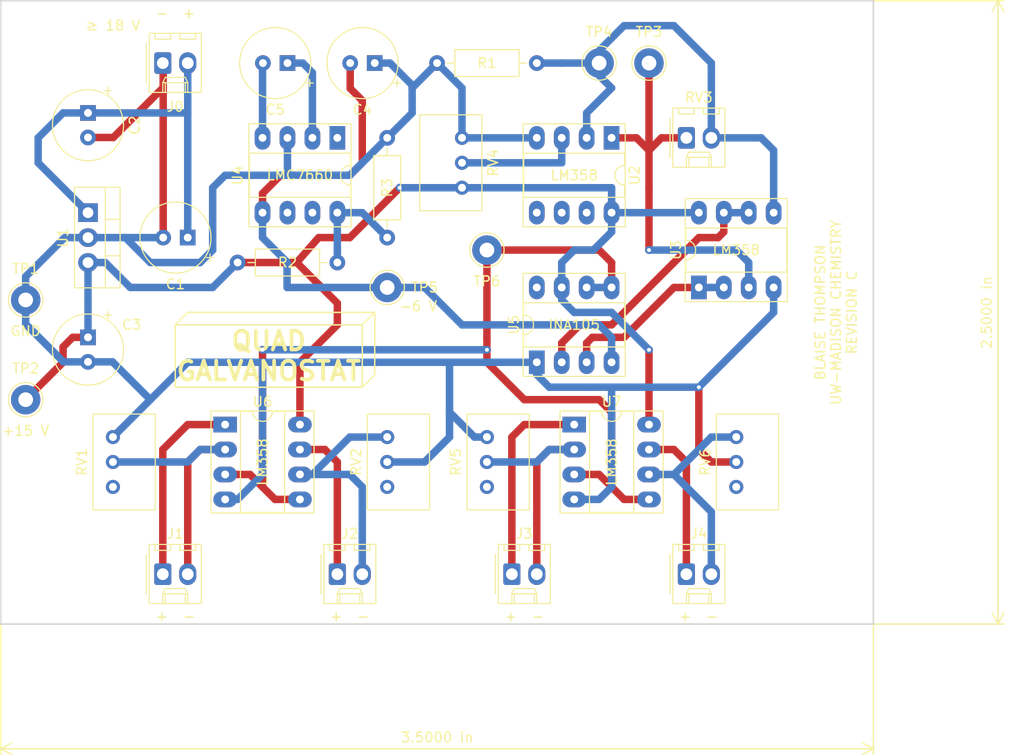
<source format=kicad_pcb>
(kicad_pcb (version 20171130) (host pcbnew 5.1.2+dfsg1-1)

  (general
    (thickness 1.6)
    (drawings 32)
    (tracks 238)
    (zones 0)
    (modules 32)
    (nets 28)
  )

  (page USLetter)
  (title_block
    (title Galvanostat)
    (date 2019-06-11)
    (rev C)
  )

  (layers
    (0 F.Cu signal)
    (31 B.Cu signal)
    (32 B.Adhes user)
    (33 F.Adhes user)
    (34 B.Paste user)
    (35 F.Paste user)
    (36 B.SilkS user)
    (37 F.SilkS user)
    (38 B.Mask user)
    (39 F.Mask user)
    (40 Dwgs.User user)
    (41 Cmts.User user)
    (42 Eco1.User user)
    (43 Eco2.User user)
    (44 Edge.Cuts user)
    (45 Margin user)
    (46 B.CrtYd user)
    (47 F.CrtYd user)
    (48 B.Fab user)
    (49 F.Fab user hide)
  )

  (setup
    (last_trace_width 0.762)
    (trace_clearance 0.2)
    (zone_clearance 0.508)
    (zone_45_only no)
    (trace_min 0.2)
    (via_size 0.8)
    (via_drill 0.4)
    (via_min_size 0.4)
    (via_min_drill 0.3)
    (uvia_size 0.3)
    (uvia_drill 0.1)
    (uvias_allowed no)
    (uvia_min_size 0.2)
    (uvia_min_drill 0.1)
    (edge_width 0.15)
    (segment_width 0.2)
    (pcb_text_width 0.3)
    (pcb_text_size 1.5 1.5)
    (mod_edge_width 0.15)
    (mod_text_size 1 1)
    (mod_text_width 0.15)
    (pad_size 1.524 1.524)
    (pad_drill 0.762)
    (pad_to_mask_clearance 0.051)
    (solder_mask_min_width 0.25)
    (aux_axis_origin 0 0)
    (grid_origin 119.38 69.85)
    (visible_elements FFFDFF7F)
    (pcbplotparams
      (layerselection 0x010e0_ffffffff)
      (usegerberextensions false)
      (usegerberattributes false)
      (usegerberadvancedattributes false)
      (creategerberjobfile false)
      (excludeedgelayer true)
      (linewidth 0.100000)
      (plotframeref false)
      (viasonmask false)
      (mode 1)
      (useauxorigin false)
      (hpglpennumber 1)
      (hpglpenspeed 20)
      (hpglpendiameter 15.000000)
      (psnegative false)
      (psa4output false)
      (plotreference true)
      (plotvalue false)
      (plotinvisibletext false)
      (padsonsilk true)
      (subtractmaskfromsilk false)
      (outputformat 1)
      (mirror false)
      (drillshape 0)
      (scaleselection 1)
      (outputdirectory "gerber"))
  )

  (net 0 "")
  (net 1 +15V)
  (net 2 GND)
  (net 3 "Net-(J2-Pad1)")
  (net 4 "Net-(J2-Pad2)")
  (net 5 "Net-(C1-Pad1)")
  (net 6 "Net-(C5-Pad1)")
  (net 7 "Net-(C5-Pad2)")
  (net 8 "Net-(J1-Pad2)")
  (net 9 "Net-(J1-Pad1)")
  (net 10 "Net-(R1-Pad2)")
  (net 11 "Net-(RV3-Pad1)")
  (net 12 "Net-(RV4-Pad2)")
  (net 13 "Net-(U2-Pad5)")
  (net 14 "Net-(U2-Pad6)")
  (net 15 "Net-(U2-Pad7)")
  (net 16 "Net-(U3-Pad6)")
  (net 17 "Net-(U3-Pad1)")
  (net 18 "Net-(U4-Pad7)")
  (net 19 "Net-(U4-Pad6)")
  (net 20 "Net-(U4-Pad1)")
  (net 21 -6V)
  (net 22 "Net-(TP6-Pad1)")
  (net 23 "Net-(R2-Pad1)")
  (net 24 "Net-(J3-Pad2)")
  (net 25 "Net-(J3-Pad1)")
  (net 26 "Net-(J4-Pad2)")
  (net 27 "Net-(J4-Pad1)")

  (net_class Default "This is the default net class."
    (clearance 0.2)
    (trace_width 0.762)
    (via_dia 0.8)
    (via_drill 0.4)
    (uvia_dia 0.3)
    (uvia_drill 0.1)
    (add_net +15V)
    (add_net -6V)
    (add_net GND)
    (add_net "Net-(C1-Pad1)")
    (add_net "Net-(C5-Pad1)")
    (add_net "Net-(C5-Pad2)")
    (add_net "Net-(J1-Pad1)")
    (add_net "Net-(J1-Pad2)")
    (add_net "Net-(J2-Pad1)")
    (add_net "Net-(J2-Pad2)")
    (add_net "Net-(J3-Pad1)")
    (add_net "Net-(J3-Pad2)")
    (add_net "Net-(J4-Pad1)")
    (add_net "Net-(J4-Pad2)")
    (add_net "Net-(R1-Pad2)")
    (add_net "Net-(R2-Pad1)")
    (add_net "Net-(RV3-Pad1)")
    (add_net "Net-(RV4-Pad2)")
    (add_net "Net-(TP6-Pad1)")
    (add_net "Net-(U2-Pad5)")
    (add_net "Net-(U2-Pad6)")
    (add_net "Net-(U2-Pad7)")
    (add_net "Net-(U3-Pad1)")
    (add_net "Net-(U3-Pad6)")
    (add_net "Net-(U4-Pad1)")
    (add_net "Net-(U4-Pad6)")
    (add_net "Net-(U4-Pad7)")
  )

  (module Capacitor_THT:CP_Radial_Tantal_D7.0mm_P2.50mm (layer F.Cu) (tedit 5AE50EF0) (tstamp 5D0A77CE)
    (at 144.78 76.2 180)
    (descr "CP, Radial_Tantal series, Radial, pin pitch=2.50mm, , diameter=7.0mm, Tantal Electrolytic Capacitor, http://cdn-reichelt.de/documents/datenblatt/B300/TANTAL-TB-Serie%23.pdf")
    (tags "CP Radial_Tantal series Radial pin pitch 2.50mm  diameter 7.0mm Tantal Electrolytic Capacitor")
    (path /5BE94F08)
    (fp_text reference C4 (at 1.25 -4.75) (layer F.SilkS)
      (effects (font (size 1 1) (thickness 0.15)))
    )
    (fp_text value 10uF (at 1.25 4.75) (layer F.Fab)
      (effects (font (size 1 1) (thickness 0.15)))
    )
    (fp_text user %R (at 1.25 0) (layer F.Fab)
      (effects (font (size 1 1) (thickness 0.15)))
    )
    (fp_line (start -2.274723 -2.385) (end -2.274723 -1.685) (layer F.SilkS) (width 0.12))
    (fp_line (start -2.624723 -2.035) (end -1.924723 -2.035) (layer F.SilkS) (width 0.12))
    (fp_line (start -1.395708 -1.8775) (end -1.395708 -1.1775) (layer F.Fab) (width 0.1))
    (fp_line (start -1.745708 -1.5275) (end -1.045708 -1.5275) (layer F.Fab) (width 0.1))
    (fp_circle (center 1.25 0) (end 5 0) (layer F.CrtYd) (width 0.05))
    (fp_circle (center 1.25 0) (end 4.87 0) (layer F.SilkS) (width 0.12))
    (fp_circle (center 1.25 0) (end 4.75 0) (layer F.Fab) (width 0.1))
    (pad 2 thru_hole circle (at 2.5 0 180) (size 1.6 1.6) (drill 0.8) (layers *.Cu *.Mask)
      (net 21 -6V))
    (pad 1 thru_hole rect (at 0 0 180) (size 1.6 1.6) (drill 0.8) (layers *.Cu *.Mask)
      (net 2 GND))
    (model ${KISYS3DMOD}/Capacitor_THT.3dshapes/CP_Radial_Tantal_D7.0mm_P2.50mm.wrl
      (at (xyz 0 0 0))
      (scale (xyz 1 1 1))
      (rotate (xyz 0 0 0))
    )
  )

  (module Connector_Molex:Molex_KK-254_AE-6410-02A_1x02_P2.54mm_Vertical locked (layer F.Cu) (tedit 5B78013E) (tstamp 5D002EEE)
    (at 158.75 128.27)
    (descr "Molex KK-254 Interconnect System, old/engineering part number: AE-6410-02A example for new part number: 22-27-2021, 2 Pins (http://www.molex.com/pdm_docs/sd/022272021_sd.pdf), generated with kicad-footprint-generator")
    (tags "connector Molex KK-254 side entry")
    (path /5D00B8A6)
    (fp_text reference J3 (at 1.27 -4.12) (layer F.SilkS)
      (effects (font (size 1 1) (thickness 0.15)))
    )
    (fp_text value Conn_01x02 (at 1.27 4.08) (layer F.Fab)
      (effects (font (size 1 1) (thickness 0.15)))
    )
    (fp_text user %R (at 1.27 -2.22) (layer F.Fab)
      (effects (font (size 1 1) (thickness 0.15)))
    )
    (fp_line (start 4.31 -3.42) (end -1.77 -3.42) (layer F.CrtYd) (width 0.05))
    (fp_line (start 4.31 3.38) (end 4.31 -3.42) (layer F.CrtYd) (width 0.05))
    (fp_line (start -1.77 3.38) (end 4.31 3.38) (layer F.CrtYd) (width 0.05))
    (fp_line (start -1.77 -3.42) (end -1.77 3.38) (layer F.CrtYd) (width 0.05))
    (fp_line (start 3.34 -2.43) (end 3.34 -3.03) (layer F.SilkS) (width 0.12))
    (fp_line (start 1.74 -2.43) (end 3.34 -2.43) (layer F.SilkS) (width 0.12))
    (fp_line (start 1.74 -3.03) (end 1.74 -2.43) (layer F.SilkS) (width 0.12))
    (fp_line (start 0.8 -2.43) (end 0.8 -3.03) (layer F.SilkS) (width 0.12))
    (fp_line (start -0.8 -2.43) (end 0.8 -2.43) (layer F.SilkS) (width 0.12))
    (fp_line (start -0.8 -3.03) (end -0.8 -2.43) (layer F.SilkS) (width 0.12))
    (fp_line (start 2.29 2.99) (end 2.29 1.99) (layer F.SilkS) (width 0.12))
    (fp_line (start 0.25 2.99) (end 0.25 1.99) (layer F.SilkS) (width 0.12))
    (fp_line (start 2.29 1.46) (end 2.54 1.99) (layer F.SilkS) (width 0.12))
    (fp_line (start 0.25 1.46) (end 2.29 1.46) (layer F.SilkS) (width 0.12))
    (fp_line (start 0 1.99) (end 0.25 1.46) (layer F.SilkS) (width 0.12))
    (fp_line (start 2.54 1.99) (end 2.54 2.99) (layer F.SilkS) (width 0.12))
    (fp_line (start 0 1.99) (end 2.54 1.99) (layer F.SilkS) (width 0.12))
    (fp_line (start 0 2.99) (end 0 1.99) (layer F.SilkS) (width 0.12))
    (fp_line (start -0.562893 0) (end -1.27 0.5) (layer F.Fab) (width 0.1))
    (fp_line (start -1.27 -0.5) (end -0.562893 0) (layer F.Fab) (width 0.1))
    (fp_line (start -1.67 -2) (end -1.67 2) (layer F.SilkS) (width 0.12))
    (fp_line (start 3.92 -3.03) (end -1.38 -3.03) (layer F.SilkS) (width 0.12))
    (fp_line (start 3.92 2.99) (end 3.92 -3.03) (layer F.SilkS) (width 0.12))
    (fp_line (start -1.38 2.99) (end 3.92 2.99) (layer F.SilkS) (width 0.12))
    (fp_line (start -1.38 -3.03) (end -1.38 2.99) (layer F.SilkS) (width 0.12))
    (fp_line (start 3.81 -2.92) (end -1.27 -2.92) (layer F.Fab) (width 0.1))
    (fp_line (start 3.81 2.88) (end 3.81 -2.92) (layer F.Fab) (width 0.1))
    (fp_line (start -1.27 2.88) (end 3.81 2.88) (layer F.Fab) (width 0.1))
    (fp_line (start -1.27 -2.92) (end -1.27 2.88) (layer F.Fab) (width 0.1))
    (pad 2 thru_hole oval (at 2.54 0) (size 1.74 2.2) (drill 1.2) (layers *.Cu *.Mask)
      (net 24 "Net-(J3-Pad2)"))
    (pad 1 thru_hole roundrect (at 0 0) (size 1.74 2.2) (drill 1.2) (layers *.Cu *.Mask) (roundrect_rratio 0.143678)
      (net 25 "Net-(J3-Pad1)"))
    (model ${KISYS3DMOD}/Connector_Molex.3dshapes/Molex_KK-254_AE-6410-02A_1x02_P2.54mm_Vertical.wrl
      (at (xyz 0 0 0))
      (scale (xyz 1 1 1))
      (rotate (xyz 0 0 0))
    )
  )

  (module Package_DIP:DIP-8_W7.62mm_Socket_LongPads (layer F.Cu) (tedit 5A02E8C5) (tstamp 5D003296)
    (at 165.1 113.03)
    (descr "8-lead though-hole mounted DIP package, row spacing 7.62 mm (300 mils), Socket, LongPads")
    (tags "THT DIP DIL PDIP 2.54mm 7.62mm 300mil Socket LongPads")
    (path /5D00B8BE)
    (fp_text reference U7 (at 3.81 -2.33) (layer F.SilkS)
      (effects (font (size 1 1) (thickness 0.15)))
    )
    (fp_text value LM358 (at 3.81 9.95) (layer F.Fab)
      (effects (font (size 1 1) (thickness 0.15)))
    )
    (fp_text user %R (at 3.81 3.81) (layer F.Fab)
      (effects (font (size 1 1) (thickness 0.15)))
    )
    (fp_line (start 9.15 -1.6) (end -1.55 -1.6) (layer F.CrtYd) (width 0.05))
    (fp_line (start 9.15 9.2) (end 9.15 -1.6) (layer F.CrtYd) (width 0.05))
    (fp_line (start -1.55 9.2) (end 9.15 9.2) (layer F.CrtYd) (width 0.05))
    (fp_line (start -1.55 -1.6) (end -1.55 9.2) (layer F.CrtYd) (width 0.05))
    (fp_line (start 9.06 -1.39) (end -1.44 -1.39) (layer F.SilkS) (width 0.12))
    (fp_line (start 9.06 9.01) (end 9.06 -1.39) (layer F.SilkS) (width 0.12))
    (fp_line (start -1.44 9.01) (end 9.06 9.01) (layer F.SilkS) (width 0.12))
    (fp_line (start -1.44 -1.39) (end -1.44 9.01) (layer F.SilkS) (width 0.12))
    (fp_line (start 6.06 -1.33) (end 4.81 -1.33) (layer F.SilkS) (width 0.12))
    (fp_line (start 6.06 8.95) (end 6.06 -1.33) (layer F.SilkS) (width 0.12))
    (fp_line (start 1.56 8.95) (end 6.06 8.95) (layer F.SilkS) (width 0.12))
    (fp_line (start 1.56 -1.33) (end 1.56 8.95) (layer F.SilkS) (width 0.12))
    (fp_line (start 2.81 -1.33) (end 1.56 -1.33) (layer F.SilkS) (width 0.12))
    (fp_line (start 8.89 -1.33) (end -1.27 -1.33) (layer F.Fab) (width 0.1))
    (fp_line (start 8.89 8.95) (end 8.89 -1.33) (layer F.Fab) (width 0.1))
    (fp_line (start -1.27 8.95) (end 8.89 8.95) (layer F.Fab) (width 0.1))
    (fp_line (start -1.27 -1.33) (end -1.27 8.95) (layer F.Fab) (width 0.1))
    (fp_line (start 0.635 -0.27) (end 1.635 -1.27) (layer F.Fab) (width 0.1))
    (fp_line (start 0.635 8.89) (end 0.635 -0.27) (layer F.Fab) (width 0.1))
    (fp_line (start 6.985 8.89) (end 0.635 8.89) (layer F.Fab) (width 0.1))
    (fp_line (start 6.985 -1.27) (end 6.985 8.89) (layer F.Fab) (width 0.1))
    (fp_line (start 1.635 -1.27) (end 6.985 -1.27) (layer F.Fab) (width 0.1))
    (fp_arc (start 3.81 -1.33) (end 2.81 -1.33) (angle -180) (layer F.SilkS) (width 0.12))
    (pad 8 thru_hole oval (at 7.62 0) (size 2.4 1.6) (drill 0.8) (layers *.Cu *.Mask)
      (net 1 +15V))
    (pad 4 thru_hole oval (at 0 7.62) (size 2.4 1.6) (drill 0.8) (layers *.Cu *.Mask)
      (net 2 GND))
    (pad 7 thru_hole oval (at 7.62 2.54) (size 2.4 1.6) (drill 0.8) (layers *.Cu *.Mask)
      (net 27 "Net-(J4-Pad1)"))
    (pad 3 thru_hole oval (at 0 5.08) (size 2.4 1.6) (drill 0.8) (layers *.Cu *.Mask)
      (net 22 "Net-(TP6-Pad1)"))
    (pad 6 thru_hole oval (at 7.62 5.08) (size 2.4 1.6) (drill 0.8) (layers *.Cu *.Mask)
      (net 26 "Net-(J4-Pad2)"))
    (pad 2 thru_hole oval (at 0 2.54) (size 2.4 1.6) (drill 0.8) (layers *.Cu *.Mask)
      (net 24 "Net-(J3-Pad2)"))
    (pad 5 thru_hole oval (at 7.62 7.62) (size 2.4 1.6) (drill 0.8) (layers *.Cu *.Mask)
      (net 22 "Net-(TP6-Pad1)"))
    (pad 1 thru_hole rect (at 0 0) (size 2.4 1.6) (drill 0.8) (layers *.Cu *.Mask)
      (net 25 "Net-(J3-Pad1)"))
    (model ${KISYS3DMOD}/Package_DIP.3dshapes/DIP-8_W7.62mm_Socket.wrl
      (at (xyz 0 0 0))
      (scale (xyz 1 1 1))
      (rotate (xyz 0 0 0))
    )
  )

  (module Potentiometer_THT:Potentiometer_Bourns_3299W_Vertical (layer F.Cu) (tedit 5A3D4994) (tstamp 5D003F6A)
    (at 181.61 114.3 90)
    (descr "Potentiometer, vertical, Bourns 3299W, https://www.bourns.com/pdfs/3299.pdf")
    (tags "Potentiometer vertical Bourns 3299W")
    (path /5D00B8DC)
    (fp_text reference RV6 (at -2.54 -3.16 90) (layer F.SilkS)
      (effects (font (size 1 1) (thickness 0.15)))
    )
    (fp_text value 2kΩ (at -2.54 5.44 90) (layer F.Fab)
      (effects (font (size 1 1) (thickness 0.15)))
    )
    (fp_text user %R (at -3.175 1.14 90) (layer F.Fab)
      (effects (font (size 1 1) (thickness 0.15)))
    )
    (fp_line (start 2.5 -2.2) (end -7.6 -2.2) (layer F.CrtYd) (width 0.05))
    (fp_line (start 2.5 4.45) (end 2.5 -2.2) (layer F.CrtYd) (width 0.05))
    (fp_line (start -7.6 4.45) (end 2.5 4.45) (layer F.CrtYd) (width 0.05))
    (fp_line (start -7.6 -2.2) (end -7.6 4.45) (layer F.CrtYd) (width 0.05))
    (fp_line (start 2.345 -2.03) (end 2.345 4.31) (layer F.SilkS) (width 0.12))
    (fp_line (start -7.425 -2.03) (end -7.425 4.31) (layer F.SilkS) (width 0.12))
    (fp_line (start -7.425 4.31) (end 2.345 4.31) (layer F.SilkS) (width 0.12))
    (fp_line (start -7.425 -2.03) (end 2.345 -2.03) (layer F.SilkS) (width 0.12))
    (fp_line (start 0.955 4.005) (end 0.956 1.836) (layer F.Fab) (width 0.1))
    (fp_line (start 0.955 4.005) (end 0.956 1.836) (layer F.Fab) (width 0.1))
    (fp_line (start 2.225 -1.91) (end -7.305 -1.91) (layer F.Fab) (width 0.1))
    (fp_line (start 2.225 4.19) (end 2.225 -1.91) (layer F.Fab) (width 0.1))
    (fp_line (start -7.305 4.19) (end 2.225 4.19) (layer F.Fab) (width 0.1))
    (fp_line (start -7.305 -1.91) (end -7.305 4.19) (layer F.Fab) (width 0.1))
    (fp_circle (center 0.955 2.92) (end 2.05 2.92) (layer F.Fab) (width 0.1))
    (pad 3 thru_hole circle (at -5.08 0 90) (size 1.44 1.44) (drill 0.8) (layers *.Cu *.Mask))
    (pad 2 thru_hole circle (at -2.54 0 90) (size 1.44 1.44) (drill 0.8) (layers *.Cu *.Mask)
      (net 2 GND))
    (pad 1 thru_hole circle (at 0 0 90) (size 1.44 1.44) (drill 0.8) (layers *.Cu *.Mask)
      (net 26 "Net-(J4-Pad2)"))
    (model ${KISYS3DMOD}/Potentiometer_THT.3dshapes/Potentiometer_Bourns_3299W_Vertical.wrl
      (at (xyz 0 0 0))
      (scale (xyz 1 1 1))
      (rotate (xyz 0 0 0))
    )
  )

  (module Potentiometer_THT:Potentiometer_Bourns_3299W_Vertical (layer F.Cu) (tedit 5A3D4994) (tstamp 5D003C18)
    (at 156.21 114.3 90)
    (descr "Potentiometer, vertical, Bourns 3299W, https://www.bourns.com/pdfs/3299.pdf")
    (tags "Potentiometer vertical Bourns 3299W")
    (path /5D00B8E3)
    (fp_text reference RV5 (at -2.54 -3.16 90) (layer F.SilkS)
      (effects (font (size 1 1) (thickness 0.15)))
    )
    (fp_text value 2kΩ (at -2.54 5.44 90) (layer F.Fab)
      (effects (font (size 1 1) (thickness 0.15)))
    )
    (fp_text user %R (at -3.175 1.14 90) (layer F.Fab)
      (effects (font (size 1 1) (thickness 0.15)))
    )
    (fp_line (start 2.5 -2.2) (end -7.6 -2.2) (layer F.CrtYd) (width 0.05))
    (fp_line (start 2.5 4.45) (end 2.5 -2.2) (layer F.CrtYd) (width 0.05))
    (fp_line (start -7.6 4.45) (end 2.5 4.45) (layer F.CrtYd) (width 0.05))
    (fp_line (start -7.6 -2.2) (end -7.6 4.45) (layer F.CrtYd) (width 0.05))
    (fp_line (start 2.345 -2.03) (end 2.345 4.31) (layer F.SilkS) (width 0.12))
    (fp_line (start -7.425 -2.03) (end -7.425 4.31) (layer F.SilkS) (width 0.12))
    (fp_line (start -7.425 4.31) (end 2.345 4.31) (layer F.SilkS) (width 0.12))
    (fp_line (start -7.425 -2.03) (end 2.345 -2.03) (layer F.SilkS) (width 0.12))
    (fp_line (start 0.955 4.005) (end 0.956 1.836) (layer F.Fab) (width 0.1))
    (fp_line (start 0.955 4.005) (end 0.956 1.836) (layer F.Fab) (width 0.1))
    (fp_line (start 2.225 -1.91) (end -7.305 -1.91) (layer F.Fab) (width 0.1))
    (fp_line (start 2.225 4.19) (end 2.225 -1.91) (layer F.Fab) (width 0.1))
    (fp_line (start -7.305 4.19) (end 2.225 4.19) (layer F.Fab) (width 0.1))
    (fp_line (start -7.305 -1.91) (end -7.305 4.19) (layer F.Fab) (width 0.1))
    (fp_circle (center 0.955 2.92) (end 2.05 2.92) (layer F.Fab) (width 0.1))
    (pad 3 thru_hole circle (at -5.08 0 90) (size 1.44 1.44) (drill 0.8) (layers *.Cu *.Mask))
    (pad 2 thru_hole circle (at -2.54 0 90) (size 1.44 1.44) (drill 0.8) (layers *.Cu *.Mask)
      (net 24 "Net-(J3-Pad2)"))
    (pad 1 thru_hole circle (at 0 0 90) (size 1.44 1.44) (drill 0.8) (layers *.Cu *.Mask)
      (net 2 GND))
    (model ${KISYS3DMOD}/Potentiometer_THT.3dshapes/Potentiometer_Bourns_3299W_Vertical.wrl
      (at (xyz 0 0 0))
      (scale (xyz 1 1 1))
      (rotate (xyz 0 0 0))
    )
  )

  (module Connector_Molex:Molex_KK-254_AE-6410-02A_1x02_P2.54mm_Vertical locked (layer F.Cu) (tedit 5B78013E) (tstamp 5D003DF3)
    (at 176.53 128.27)
    (descr "Molex KK-254 Interconnect System, old/engineering part number: AE-6410-02A example for new part number: 22-27-2021, 2 Pins (http://www.molex.com/pdm_docs/sd/022272021_sd.pdf), generated with kicad-footprint-generator")
    (tags "connector Molex KK-254 side entry")
    (path /5D00B8B8)
    (fp_text reference J4 (at 1.27 -4.12) (layer F.SilkS)
      (effects (font (size 1 1) (thickness 0.15)))
    )
    (fp_text value Conn_01x02 (at 1.27 4.08) (layer F.Fab)
      (effects (font (size 1 1) (thickness 0.15)))
    )
    (fp_text user %R (at 1.27 -2.22) (layer F.Fab)
      (effects (font (size 1 1) (thickness 0.15)))
    )
    (fp_line (start 4.31 -3.42) (end -1.77 -3.42) (layer F.CrtYd) (width 0.05))
    (fp_line (start 4.31 3.38) (end 4.31 -3.42) (layer F.CrtYd) (width 0.05))
    (fp_line (start -1.77 3.38) (end 4.31 3.38) (layer F.CrtYd) (width 0.05))
    (fp_line (start -1.77 -3.42) (end -1.77 3.38) (layer F.CrtYd) (width 0.05))
    (fp_line (start 3.34 -2.43) (end 3.34 -3.03) (layer F.SilkS) (width 0.12))
    (fp_line (start 1.74 -2.43) (end 3.34 -2.43) (layer F.SilkS) (width 0.12))
    (fp_line (start 1.74 -3.03) (end 1.74 -2.43) (layer F.SilkS) (width 0.12))
    (fp_line (start 0.8 -2.43) (end 0.8 -3.03) (layer F.SilkS) (width 0.12))
    (fp_line (start -0.8 -2.43) (end 0.8 -2.43) (layer F.SilkS) (width 0.12))
    (fp_line (start -0.8 -3.03) (end -0.8 -2.43) (layer F.SilkS) (width 0.12))
    (fp_line (start 2.29 2.99) (end 2.29 1.99) (layer F.SilkS) (width 0.12))
    (fp_line (start 0.25 2.99) (end 0.25 1.99) (layer F.SilkS) (width 0.12))
    (fp_line (start 2.29 1.46) (end 2.54 1.99) (layer F.SilkS) (width 0.12))
    (fp_line (start 0.25 1.46) (end 2.29 1.46) (layer F.SilkS) (width 0.12))
    (fp_line (start 0 1.99) (end 0.25 1.46) (layer F.SilkS) (width 0.12))
    (fp_line (start 2.54 1.99) (end 2.54 2.99) (layer F.SilkS) (width 0.12))
    (fp_line (start 0 1.99) (end 2.54 1.99) (layer F.SilkS) (width 0.12))
    (fp_line (start 0 2.99) (end 0 1.99) (layer F.SilkS) (width 0.12))
    (fp_line (start -0.562893 0) (end -1.27 0.5) (layer F.Fab) (width 0.1))
    (fp_line (start -1.27 -0.5) (end -0.562893 0) (layer F.Fab) (width 0.1))
    (fp_line (start -1.67 -2) (end -1.67 2) (layer F.SilkS) (width 0.12))
    (fp_line (start 3.92 -3.03) (end -1.38 -3.03) (layer F.SilkS) (width 0.12))
    (fp_line (start 3.92 2.99) (end 3.92 -3.03) (layer F.SilkS) (width 0.12))
    (fp_line (start -1.38 2.99) (end 3.92 2.99) (layer F.SilkS) (width 0.12))
    (fp_line (start -1.38 -3.03) (end -1.38 2.99) (layer F.SilkS) (width 0.12))
    (fp_line (start 3.81 -2.92) (end -1.27 -2.92) (layer F.Fab) (width 0.1))
    (fp_line (start 3.81 2.88) (end 3.81 -2.92) (layer F.Fab) (width 0.1))
    (fp_line (start -1.27 2.88) (end 3.81 2.88) (layer F.Fab) (width 0.1))
    (fp_line (start -1.27 -2.92) (end -1.27 2.88) (layer F.Fab) (width 0.1))
    (pad 2 thru_hole oval (at 2.54 0) (size 1.74 2.2) (drill 1.2) (layers *.Cu *.Mask)
      (net 26 "Net-(J4-Pad2)"))
    (pad 1 thru_hole roundrect (at 0 0) (size 1.74 2.2) (drill 1.2) (layers *.Cu *.Mask) (roundrect_rratio 0.143678)
      (net 27 "Net-(J4-Pad1)"))
    (model ${KISYS3DMOD}/Connector_Molex.3dshapes/Molex_KK-254_AE-6410-02A_1x02_P2.54mm_Vertical.wrl
      (at (xyz 0 0 0))
      (scale (xyz 1 1 1))
      (rotate (xyz 0 0 0))
    )
  )

  (module Package_DIP:DIP-8_W7.62mm_Socket_LongPads (layer F.Cu) (tedit 5A02E8C5) (tstamp 5BEA2526)
    (at 140.97 83.82 270)
    (descr "8-lead though-hole mounted DIP package, row spacing 7.62 mm (300 mils), Socket, LongPads")
    (tags "THT DIP DIL PDIP 2.54mm 7.62mm 300mil Socket LongPads")
    (path /5BE926D8)
    (fp_text reference U4 (at 3.81 10.16 270) (layer F.SilkS)
      (effects (font (size 1 1) (thickness 0.15)))
    )
    (fp_text value LMC7660 (at 3.81 9.95 270) (layer F.Fab)
      (effects (font (size 1 1) (thickness 0.15)))
    )
    (fp_text user %R (at 3.81 3.81 90) (layer F.Fab)
      (effects (font (size 1 1) (thickness 0.15)))
    )
    (fp_line (start 9.15 -1.6) (end -1.55 -1.6) (layer F.CrtYd) (width 0.05))
    (fp_line (start 9.15 9.2) (end 9.15 -1.6) (layer F.CrtYd) (width 0.05))
    (fp_line (start -1.55 9.2) (end 9.15 9.2) (layer F.CrtYd) (width 0.05))
    (fp_line (start -1.55 -1.6) (end -1.55 9.2) (layer F.CrtYd) (width 0.05))
    (fp_line (start 9.06 -1.39) (end -1.44 -1.39) (layer F.SilkS) (width 0.12))
    (fp_line (start 9.06 9.01) (end 9.06 -1.39) (layer F.SilkS) (width 0.12))
    (fp_line (start -1.44 9.01) (end 9.06 9.01) (layer F.SilkS) (width 0.12))
    (fp_line (start -1.44 -1.39) (end -1.44 9.01) (layer F.SilkS) (width 0.12))
    (fp_line (start 6.06 -1.33) (end 4.81 -1.33) (layer F.SilkS) (width 0.12))
    (fp_line (start 6.06 8.95) (end 6.06 -1.33) (layer F.SilkS) (width 0.12))
    (fp_line (start 1.56 8.95) (end 6.06 8.95) (layer F.SilkS) (width 0.12))
    (fp_line (start 1.56 -1.33) (end 1.56 8.95) (layer F.SilkS) (width 0.12))
    (fp_line (start 2.81 -1.33) (end 1.56 -1.33) (layer F.SilkS) (width 0.12))
    (fp_line (start 8.89 -1.33) (end -1.27 -1.33) (layer F.Fab) (width 0.1))
    (fp_line (start 8.89 8.95) (end 8.89 -1.33) (layer F.Fab) (width 0.1))
    (fp_line (start -1.27 8.95) (end 8.89 8.95) (layer F.Fab) (width 0.1))
    (fp_line (start -1.27 -1.33) (end -1.27 8.95) (layer F.Fab) (width 0.1))
    (fp_line (start 0.635 -0.27) (end 1.635 -1.27) (layer F.Fab) (width 0.1))
    (fp_line (start 0.635 8.89) (end 0.635 -0.27) (layer F.Fab) (width 0.1))
    (fp_line (start 6.985 8.89) (end 0.635 8.89) (layer F.Fab) (width 0.1))
    (fp_line (start 6.985 -1.27) (end 6.985 8.89) (layer F.Fab) (width 0.1))
    (fp_line (start 1.635 -1.27) (end 6.985 -1.27) (layer F.Fab) (width 0.1))
    (fp_arc (start 3.81 -1.33) (end 2.81 -1.33) (angle -180) (layer F.SilkS) (width 0.12))
    (pad 8 thru_hole oval (at 7.62 0 270) (size 2.4 1.6) (drill 0.8) (layers *.Cu *.Mask)
      (net 23 "Net-(R2-Pad1)"))
    (pad 4 thru_hole oval (at 0 7.62 270) (size 2.4 1.6) (drill 0.8) (layers *.Cu *.Mask)
      (net 7 "Net-(C5-Pad2)"))
    (pad 7 thru_hole oval (at 7.62 2.54 270) (size 2.4 1.6) (drill 0.8) (layers *.Cu *.Mask)
      (net 18 "Net-(U4-Pad7)"))
    (pad 3 thru_hole oval (at 0 5.08 270) (size 2.4 1.6) (drill 0.8) (layers *.Cu *.Mask)
      (net 2 GND))
    (pad 6 thru_hole oval (at 7.62 5.08 270) (size 2.4 1.6) (drill 0.8) (layers *.Cu *.Mask)
      (net 19 "Net-(U4-Pad6)"))
    (pad 2 thru_hole oval (at 0 2.54 270) (size 2.4 1.6) (drill 0.8) (layers *.Cu *.Mask)
      (net 6 "Net-(C5-Pad1)"))
    (pad 5 thru_hole oval (at 7.62 7.62 270) (size 2.4 1.6) (drill 0.8) (layers *.Cu *.Mask)
      (net 21 -6V))
    (pad 1 thru_hole rect (at 0 0 270) (size 2.4 1.6) (drill 0.8) (layers *.Cu *.Mask)
      (net 20 "Net-(U4-Pad1)"))
    (model ${KISYS3DMOD}/Package_DIP.3dshapes/DIP-8_W7.62mm_Socket.wrl
      (at (xyz 0 0 0))
      (scale (xyz 1 1 1))
      (rotate (xyz 0 0 0))
    )
  )

  (module Capacitor_THT:CP_Radial_Tantal_D7.0mm_P2.50mm (layer F.Cu) (tedit 5AE50EF0) (tstamp 5BE9CD39)
    (at 115.57 81.28 270)
    (descr "CP, Radial_Tantal series, Radial, pin pitch=2.50mm, , diameter=7.0mm, Tantal Electrolytic Capacitor, http://cdn-reichelt.de/documents/datenblatt/B300/TANTAL-TB-Serie%23.pdf")
    (tags "CP Radial_Tantal series Radial pin pitch 2.50mm  diameter 7.0mm Tantal Electrolytic Capacitor")
    (path /5BE494E1)
    (fp_text reference C2 (at 1.25 -4.75 270) (layer F.SilkS)
      (effects (font (size 1 1) (thickness 0.15)))
    )
    (fp_text value 330nF (at 1.25 4.75 270) (layer F.Fab)
      (effects (font (size 1 1) (thickness 0.15)))
    )
    (fp_circle (center 1.25 0) (end 4.75 0) (layer F.Fab) (width 0.1))
    (fp_circle (center 1.25 0) (end 4.87 0) (layer F.SilkS) (width 0.12))
    (fp_circle (center 1.25 0) (end 5 0) (layer F.CrtYd) (width 0.05))
    (fp_line (start -1.745708 -1.5275) (end -1.045708 -1.5275) (layer F.Fab) (width 0.1))
    (fp_line (start -1.395708 -1.8775) (end -1.395708 -1.1775) (layer F.Fab) (width 0.1))
    (fp_line (start -2.624723 -2.035) (end -1.924723 -2.035) (layer F.SilkS) (width 0.12))
    (fp_line (start -2.274723 -2.385) (end -2.274723 -1.685) (layer F.SilkS) (width 0.12))
    (fp_text user %R (at 1.25 0 270) (layer F.Fab)
      (effects (font (size 1 1) (thickness 0.15)))
    )
    (pad 1 thru_hole rect (at 0 0 270) (size 1.6 1.6) (drill 0.8) (layers *.Cu *.Mask)
      (net 5 "Net-(C1-Pad1)"))
    (pad 2 thru_hole circle (at 2.5 0 270) (size 1.6 1.6) (drill 0.8) (layers *.Cu *.Mask)
      (net 2 GND))
    (model ${KISYS3DMOD}/Capacitor_THT.3dshapes/CP_Radial_Tantal_D7.0mm_P2.50mm.wrl
      (at (xyz 0 0 0))
      (scale (xyz 1 1 1))
      (rotate (xyz 0 0 0))
    )
  )

  (module Capacitor_THT:CP_Radial_Tantal_D7.0mm_P2.50mm (layer F.Cu) (tedit 5AE50EF0) (tstamp 5D0049B8)
    (at 115.57 104.14 270)
    (descr "CP, Radial_Tantal series, Radial, pin pitch=2.50mm, , diameter=7.0mm, Tantal Electrolytic Capacitor, http://cdn-reichelt.de/documents/datenblatt/B300/TANTAL-TB-Serie%23.pdf")
    (tags "CP Radial_Tantal series Radial pin pitch 2.50mm  diameter 7.0mm Tantal Electrolytic Capacitor")
    (path /5BE495CB)
    (fp_text reference C3 (at -1.27 -4.445) (layer F.SilkS)
      (effects (font (size 1 1) (thickness 0.15)))
    )
    (fp_text value 100nF (at 1.25 4.75 270) (layer F.Fab)
      (effects (font (size 1 1) (thickness 0.15)))
    )
    (fp_text user %R (at 1.25 0 270) (layer F.Fab)
      (effects (font (size 1 1) (thickness 0.15)))
    )
    (fp_line (start -2.274723 -2.385) (end -2.274723 -1.685) (layer F.SilkS) (width 0.12))
    (fp_line (start -2.624723 -2.035) (end -1.924723 -2.035) (layer F.SilkS) (width 0.12))
    (fp_line (start -1.395708 -1.8775) (end -1.395708 -1.1775) (layer F.Fab) (width 0.1))
    (fp_line (start -1.745708 -1.5275) (end -1.045708 -1.5275) (layer F.Fab) (width 0.1))
    (fp_circle (center 1.25 0) (end 5 0) (layer F.CrtYd) (width 0.05))
    (fp_circle (center 1.25 0) (end 4.87 0) (layer F.SilkS) (width 0.12))
    (fp_circle (center 1.25 0) (end 4.75 0) (layer F.Fab) (width 0.1))
    (pad 2 thru_hole circle (at 2.5 0 270) (size 1.6 1.6) (drill 0.8) (layers *.Cu *.Mask)
      (net 2 GND))
    (pad 1 thru_hole rect (at 0 0 270) (size 1.6 1.6) (drill 0.8) (layers *.Cu *.Mask)
      (net 1 +15V))
    (model ${KISYS3DMOD}/Capacitor_THT.3dshapes/CP_Radial_Tantal_D7.0mm_P2.50mm.wrl
      (at (xyz 0 0 0))
      (scale (xyz 1 1 1))
      (rotate (xyz 0 0 0))
    )
  )

  (module Potentiometer_THT:Potentiometer_Bourns_3299W_Vertical (layer F.Cu) (tedit 5A3D4994) (tstamp 5D00352A)
    (at 146.05 114.3 90)
    (descr "Potentiometer, vertical, Bourns 3299W, https://www.bourns.com/pdfs/3299.pdf")
    (tags "Potentiometer vertical Bourns 3299W")
    (path /5BE979BD)
    (fp_text reference RV2 (at -2.54 -3.16 90) (layer F.SilkS)
      (effects (font (size 1 1) (thickness 0.15)))
    )
    (fp_text value 2kΩ (at -2.54 5.44 90) (layer F.Fab)
      (effects (font (size 1 1) (thickness 0.15)))
    )
    (fp_text user %R (at -3.175 1.14 90) (layer F.Fab)
      (effects (font (size 1 1) (thickness 0.15)))
    )
    (fp_line (start 2.5 -2.2) (end -7.6 -2.2) (layer F.CrtYd) (width 0.05))
    (fp_line (start 2.5 4.45) (end 2.5 -2.2) (layer F.CrtYd) (width 0.05))
    (fp_line (start -7.6 4.45) (end 2.5 4.45) (layer F.CrtYd) (width 0.05))
    (fp_line (start -7.6 -2.2) (end -7.6 4.45) (layer F.CrtYd) (width 0.05))
    (fp_line (start 2.345 -2.03) (end 2.345 4.31) (layer F.SilkS) (width 0.12))
    (fp_line (start -7.425 -2.03) (end -7.425 4.31) (layer F.SilkS) (width 0.12))
    (fp_line (start -7.425 4.31) (end 2.345 4.31) (layer F.SilkS) (width 0.12))
    (fp_line (start -7.425 -2.03) (end 2.345 -2.03) (layer F.SilkS) (width 0.12))
    (fp_line (start 0.955 4.005) (end 0.956 1.836) (layer F.Fab) (width 0.1))
    (fp_line (start 0.955 4.005) (end 0.956 1.836) (layer F.Fab) (width 0.1))
    (fp_line (start 2.225 -1.91) (end -7.305 -1.91) (layer F.Fab) (width 0.1))
    (fp_line (start 2.225 4.19) (end 2.225 -1.91) (layer F.Fab) (width 0.1))
    (fp_line (start -7.305 4.19) (end 2.225 4.19) (layer F.Fab) (width 0.1))
    (fp_line (start -7.305 -1.91) (end -7.305 4.19) (layer F.Fab) (width 0.1))
    (fp_circle (center 0.955 2.92) (end 2.05 2.92) (layer F.Fab) (width 0.1))
    (pad 3 thru_hole circle (at -5.08 0 90) (size 1.44 1.44) (drill 0.8) (layers *.Cu *.Mask))
    (pad 2 thru_hole circle (at -2.54 0 90) (size 1.44 1.44) (drill 0.8) (layers *.Cu *.Mask)
      (net 2 GND))
    (pad 1 thru_hole circle (at 0 0 90) (size 1.44 1.44) (drill 0.8) (layers *.Cu *.Mask)
      (net 4 "Net-(J2-Pad2)"))
    (model ${KISYS3DMOD}/Potentiometer_THT.3dshapes/Potentiometer_Bourns_3299W_Vertical.wrl
      (at (xyz 0 0 0))
      (scale (xyz 1 1 1))
      (rotate (xyz 0 0 0))
    )
  )

  (module Potentiometer_THT:Potentiometer_Bourns_3299W_Vertical (layer F.Cu) (tedit 5A3D4994) (tstamp 5BE9CD9E)
    (at 118.11 114.3 90)
    (descr "Potentiometer, vertical, Bourns 3299W, https://www.bourns.com/pdfs/3299.pdf")
    (tags "Potentiometer vertical Bourns 3299W")
    (path /5BEA1AFB)
    (fp_text reference RV1 (at -2.54 -3.16 90) (layer F.SilkS)
      (effects (font (size 1 1) (thickness 0.15)))
    )
    (fp_text value 2kΩ (at -2.54 5.44 90) (layer F.Fab)
      (effects (font (size 1 1) (thickness 0.15)))
    )
    (fp_circle (center 0.955 2.92) (end 2.05 2.92) (layer F.Fab) (width 0.1))
    (fp_line (start -7.305 -1.91) (end -7.305 4.19) (layer F.Fab) (width 0.1))
    (fp_line (start -7.305 4.19) (end 2.225 4.19) (layer F.Fab) (width 0.1))
    (fp_line (start 2.225 4.19) (end 2.225 -1.91) (layer F.Fab) (width 0.1))
    (fp_line (start 2.225 -1.91) (end -7.305 -1.91) (layer F.Fab) (width 0.1))
    (fp_line (start 0.955 4.005) (end 0.956 1.836) (layer F.Fab) (width 0.1))
    (fp_line (start 0.955 4.005) (end 0.956 1.836) (layer F.Fab) (width 0.1))
    (fp_line (start -7.425 -2.03) (end 2.345 -2.03) (layer F.SilkS) (width 0.12))
    (fp_line (start -7.425 4.31) (end 2.345 4.31) (layer F.SilkS) (width 0.12))
    (fp_line (start -7.425 -2.03) (end -7.425 4.31) (layer F.SilkS) (width 0.12))
    (fp_line (start 2.345 -2.03) (end 2.345 4.31) (layer F.SilkS) (width 0.12))
    (fp_line (start -7.6 -2.2) (end -7.6 4.45) (layer F.CrtYd) (width 0.05))
    (fp_line (start -7.6 4.45) (end 2.5 4.45) (layer F.CrtYd) (width 0.05))
    (fp_line (start 2.5 4.45) (end 2.5 -2.2) (layer F.CrtYd) (width 0.05))
    (fp_line (start 2.5 -2.2) (end -7.6 -2.2) (layer F.CrtYd) (width 0.05))
    (fp_text user %R (at -3.175 1.14 90) (layer F.Fab)
      (effects (font (size 1 1) (thickness 0.15)))
    )
    (pad 1 thru_hole circle (at 0 0 90) (size 1.44 1.44) (drill 0.8) (layers *.Cu *.Mask)
      (net 2 GND))
    (pad 2 thru_hole circle (at -2.54 0 90) (size 1.44 1.44) (drill 0.8) (layers *.Cu *.Mask)
      (net 8 "Net-(J1-Pad2)"))
    (pad 3 thru_hole circle (at -5.08 0 90) (size 1.44 1.44) (drill 0.8) (layers *.Cu *.Mask))
    (model ${KISYS3DMOD}/Potentiometer_THT.3dshapes/Potentiometer_Bourns_3299W_Vertical.wrl
      (at (xyz 0 0 0))
      (scale (xyz 1 1 1))
      (rotate (xyz 0 0 0))
    )
  )

  (module Capacitor_THT:CP_Radial_Tantal_D7.0mm_P2.50mm (layer F.Cu) (tedit 5AE50EF0) (tstamp 5BE9CD63)
    (at 135.89 76.2 180)
    (descr "CP, Radial_Tantal series, Radial, pin pitch=2.50mm, , diameter=7.0mm, Tantal Electrolytic Capacitor, http://cdn-reichelt.de/documents/datenblatt/B300/TANTAL-TB-Serie%23.pdf")
    (tags "CP Radial_Tantal series Radial pin pitch 2.50mm  diameter 7.0mm Tantal Electrolytic Capacitor")
    (path /5BE93CEB)
    (fp_text reference C5 (at 1.25 -4.75 180) (layer F.SilkS)
      (effects (font (size 1 1) (thickness 0.15)))
    )
    (fp_text value 10uF (at 1.25 4.75 180) (layer F.Fab)
      (effects (font (size 1 1) (thickness 0.15)))
    )
    (fp_circle (center 1.25 0) (end 4.75 0) (layer F.Fab) (width 0.1))
    (fp_circle (center 1.25 0) (end 4.87 0) (layer F.SilkS) (width 0.12))
    (fp_circle (center 1.25 0) (end 5 0) (layer F.CrtYd) (width 0.05))
    (fp_line (start -1.745708 -1.5275) (end -1.045708 -1.5275) (layer F.Fab) (width 0.1))
    (fp_line (start -1.395708 -1.8775) (end -1.395708 -1.1775) (layer F.Fab) (width 0.1))
    (fp_line (start -2.624723 -2.035) (end -1.924723 -2.035) (layer F.SilkS) (width 0.12))
    (fp_line (start -2.274723 -2.385) (end -2.274723 -1.685) (layer F.SilkS) (width 0.12))
    (fp_text user %R (at 1.25 0 180) (layer F.Fab)
      (effects (font (size 1 1) (thickness 0.15)))
    )
    (pad 1 thru_hole rect (at 0 0 180) (size 1.6 1.6) (drill 0.8) (layers *.Cu *.Mask)
      (net 6 "Net-(C5-Pad1)"))
    (pad 2 thru_hole circle (at 2.5 0 180) (size 1.6 1.6) (drill 0.8) (layers *.Cu *.Mask)
      (net 7 "Net-(C5-Pad2)"))
    (model ${KISYS3DMOD}/Capacitor_THT.3dshapes/CP_Radial_Tantal_D7.0mm_P2.50mm.wrl
      (at (xyz 0 0 0))
      (scale (xyz 1 1 1))
      (rotate (xyz 0 0 0))
    )
  )

  (module Potentiometer_THT:Potentiometer_Bourns_3299W_Vertical (layer F.Cu) (tedit 5A3D4994) (tstamp 5BEA1668)
    (at 153.67 88.9 270)
    (descr "Potentiometer, vertical, Bourns 3299W, https://www.bourns.com/pdfs/3299.pdf")
    (tags "Potentiometer vertical Bourns 3299W")
    (path /5BE4B6A7)
    (fp_text reference RV4 (at -2.54 -3.16 270) (layer F.SilkS)
      (effects (font (size 1 1) (thickness 0.15)))
    )
    (fp_text value 100kΩ (at -2.54 5.44 270) (layer F.Fab)
      (effects (font (size 1 1) (thickness 0.15)))
    )
    (fp_circle (center 0.955 2.92) (end 2.05 2.92) (layer F.Fab) (width 0.1))
    (fp_line (start -7.305 -1.91) (end -7.305 4.19) (layer F.Fab) (width 0.1))
    (fp_line (start -7.305 4.19) (end 2.225 4.19) (layer F.Fab) (width 0.1))
    (fp_line (start 2.225 4.19) (end 2.225 -1.91) (layer F.Fab) (width 0.1))
    (fp_line (start 2.225 -1.91) (end -7.305 -1.91) (layer F.Fab) (width 0.1))
    (fp_line (start 0.955 4.005) (end 0.956 1.836) (layer F.Fab) (width 0.1))
    (fp_line (start 0.955 4.005) (end 0.956 1.836) (layer F.Fab) (width 0.1))
    (fp_line (start -7.425 -2.03) (end 2.345 -2.03) (layer F.SilkS) (width 0.12))
    (fp_line (start -7.425 4.31) (end 2.345 4.31) (layer F.SilkS) (width 0.12))
    (fp_line (start -7.425 -2.03) (end -7.425 4.31) (layer F.SilkS) (width 0.12))
    (fp_line (start 2.345 -2.03) (end 2.345 4.31) (layer F.SilkS) (width 0.12))
    (fp_line (start -7.6 -2.2) (end -7.6 4.45) (layer F.CrtYd) (width 0.05))
    (fp_line (start -7.6 4.45) (end 2.5 4.45) (layer F.CrtYd) (width 0.05))
    (fp_line (start 2.5 4.45) (end 2.5 -2.2) (layer F.CrtYd) (width 0.05))
    (fp_line (start 2.5 -2.2) (end -7.6 -2.2) (layer F.CrtYd) (width 0.05))
    (fp_text user %R (at -3.175 1.14 270) (layer F.Fab)
      (effects (font (size 1 1) (thickness 0.15)))
    )
    (pad 1 thru_hole circle (at 0 0 270) (size 1.44 1.44) (drill 0.8) (layers *.Cu *.Mask)
      (net 1 +15V))
    (pad 2 thru_hole circle (at -2.54 0 270) (size 1.44 1.44) (drill 0.8) (layers *.Cu *.Mask)
      (net 12 "Net-(RV4-Pad2)"))
    (pad 3 thru_hole circle (at -5.08 0 270) (size 1.44 1.44) (drill 0.8) (layers *.Cu *.Mask)
      (net 2 GND))
    (model ${KISYS3DMOD}/Potentiometer_THT.3dshapes/Potentiometer_Bourns_3299W_Vertical.wrl
      (at (xyz 0 0 0))
      (scale (xyz 1 1 1))
      (rotate (xyz 0 0 0))
    )
  )

  (module Connector_Molex:Molex_KK-254_AE-6410-02A_1x02_P2.54mm_Vertical (layer F.Cu) (tedit 5BE99945) (tstamp 5BEA11C5)
    (at 123.19 76.2)
    (descr "Molex KK-254 Interconnect System, old/engineering part number: AE-6410-02A example for new part number: 22-27-2021, 2 Pins (http://www.molex.com/pdm_docs/sd/022272021_sd.pdf), generated with kicad-footprint-generator")
    (tags "connector Molex KK-254 side entry")
    (path /5BE205CE)
    (fp_text reference J0 (at 1.27 4.445) (layer F.SilkS)
      (effects (font (size 1 1) (thickness 0.15)))
    )
    (fp_text value Conn_01x02 (at 1.27 4.08) (layer F.Fab)
      (effects (font (size 1 1) (thickness 0.15)))
    )
    (fp_text user %R (at 1.27 -2.22) (layer F.Fab)
      (effects (font (size 1 1) (thickness 0.15)))
    )
    (fp_line (start 4.31 -3.42) (end -1.77 -3.42) (layer F.CrtYd) (width 0.05))
    (fp_line (start 4.31 3.38) (end 4.31 -3.42) (layer F.CrtYd) (width 0.05))
    (fp_line (start -1.77 3.38) (end 4.31 3.38) (layer F.CrtYd) (width 0.05))
    (fp_line (start -1.77 -3.42) (end -1.77 3.38) (layer F.CrtYd) (width 0.05))
    (fp_line (start 3.34 -2.43) (end 3.34 -3.03) (layer F.SilkS) (width 0.12))
    (fp_line (start 1.74 -2.43) (end 3.34 -2.43) (layer F.SilkS) (width 0.12))
    (fp_line (start 1.74 -3.03) (end 1.74 -2.43) (layer F.SilkS) (width 0.12))
    (fp_line (start 0.8 -2.43) (end 0.8 -3.03) (layer F.SilkS) (width 0.12))
    (fp_line (start -0.8 -2.43) (end 0.8 -2.43) (layer F.SilkS) (width 0.12))
    (fp_line (start -0.8 -3.03) (end -0.8 -2.43) (layer F.SilkS) (width 0.12))
    (fp_line (start 2.29 2.99) (end 2.29 1.99) (layer F.SilkS) (width 0.12))
    (fp_line (start 0.25 2.99) (end 0.25 1.99) (layer F.SilkS) (width 0.12))
    (fp_line (start 2.29 1.46) (end 2.54 1.99) (layer F.SilkS) (width 0.12))
    (fp_line (start 0.25 1.46) (end 2.29 1.46) (layer F.SilkS) (width 0.12))
    (fp_line (start 0 1.99) (end 0.25 1.46) (layer F.SilkS) (width 0.12))
    (fp_line (start 2.54 1.99) (end 2.54 2.99) (layer F.SilkS) (width 0.12))
    (fp_line (start 0 1.99) (end 2.54 1.99) (layer F.SilkS) (width 0.12))
    (fp_line (start 0 2.99) (end 0 1.99) (layer F.SilkS) (width 0.12))
    (fp_line (start -0.562893 0) (end -1.27 0.5) (layer F.Fab) (width 0.1))
    (fp_line (start -1.27 -0.5) (end -0.562893 0) (layer F.Fab) (width 0.1))
    (fp_line (start -1.67 -2) (end -1.67 2) (layer F.SilkS) (width 0.12))
    (fp_line (start 3.92 -3.03) (end -1.38 -3.03) (layer F.SilkS) (width 0.12))
    (fp_line (start 3.92 2.99) (end 3.92 -3.03) (layer F.SilkS) (width 0.12))
    (fp_line (start -1.38 2.99) (end 3.92 2.99) (layer F.SilkS) (width 0.12))
    (fp_line (start -1.38 -3.03) (end -1.38 2.99) (layer F.SilkS) (width 0.12))
    (fp_line (start 3.81 -2.92) (end -1.27 -2.92) (layer F.Fab) (width 0.1))
    (fp_line (start 3.81 2.88) (end 3.81 -2.92) (layer F.Fab) (width 0.1))
    (fp_line (start -1.27 2.88) (end 3.81 2.88) (layer F.Fab) (width 0.1))
    (fp_line (start -1.27 -2.92) (end -1.27 2.88) (layer F.Fab) (width 0.1))
    (pad 2 thru_hole oval (at 2.54 0) (size 1.74 2.2) (drill 1.2) (layers *.Cu *.Mask)
      (net 5 "Net-(C1-Pad1)"))
    (pad 1 thru_hole roundrect (at 0 0) (size 1.74 2.2) (drill 1.2) (layers *.Cu *.Mask) (roundrect_rratio 0.143678)
      (net 2 GND))
    (model ${KISYS3DMOD}/Connector_Molex.3dshapes/Molex_KK-254_AE-6410-02A_1x02_P2.54mm_Vertical.wrl
      (at (xyz 0 0 0))
      (scale (xyz 1 1 1))
      (rotate (xyz 0 0 0))
    )
  )

  (module Connector_Molex:Molex_KK-254_AE-6410-02A_1x02_P2.54mm_Vertical locked (layer F.Cu) (tedit 5BE865FB) (tstamp 5D00484E)
    (at 123.19 128.27)
    (descr "Molex KK-254 Interconnect System, old/engineering part number: AE-6410-02A example for new part number: 22-27-2021, 2 Pins (http://www.molex.com/pdm_docs/sd/022272021_sd.pdf), generated with kicad-footprint-generator")
    (tags "connector Molex KK-254 side entry")
    (path /5BE20278)
    (fp_text reference J1 (at 1.27 -4.12) (layer F.SilkS)
      (effects (font (size 1 1) (thickness 0.15)))
    )
    (fp_text value Conn_01x02 (at 1.27 4.08) (layer F.Fab)
      (effects (font (size 1 1) (thickness 0.15)))
    )
    (fp_line (start -1.27 -2.92) (end -1.27 2.88) (layer F.Fab) (width 0.1))
    (fp_line (start -1.27 2.88) (end 3.81 2.88) (layer F.Fab) (width 0.1))
    (fp_line (start 3.81 2.88) (end 3.81 -2.92) (layer F.Fab) (width 0.1))
    (fp_line (start 3.81 -2.92) (end -1.27 -2.92) (layer F.Fab) (width 0.1))
    (fp_line (start -1.38 -3.03) (end -1.38 2.99) (layer F.SilkS) (width 0.12))
    (fp_line (start -1.38 2.99) (end 3.92 2.99) (layer F.SilkS) (width 0.12))
    (fp_line (start 3.92 2.99) (end 3.92 -3.03) (layer F.SilkS) (width 0.12))
    (fp_line (start 3.92 -3.03) (end -1.38 -3.03) (layer F.SilkS) (width 0.12))
    (fp_line (start -1.67 -2) (end -1.67 2) (layer F.SilkS) (width 0.12))
    (fp_line (start -1.27 -0.5) (end -0.562893 0) (layer F.Fab) (width 0.1))
    (fp_line (start -0.562893 0) (end -1.27 0.5) (layer F.Fab) (width 0.1))
    (fp_line (start 0 2.99) (end 0 1.99) (layer F.SilkS) (width 0.12))
    (fp_line (start 0 1.99) (end 2.54 1.99) (layer F.SilkS) (width 0.12))
    (fp_line (start 2.54 1.99) (end 2.54 2.99) (layer F.SilkS) (width 0.12))
    (fp_line (start 0 1.99) (end 0.25 1.46) (layer F.SilkS) (width 0.12))
    (fp_line (start 0.25 1.46) (end 2.29 1.46) (layer F.SilkS) (width 0.12))
    (fp_line (start 2.29 1.46) (end 2.54 1.99) (layer F.SilkS) (width 0.12))
    (fp_line (start 0.25 2.99) (end 0.25 1.99) (layer F.SilkS) (width 0.12))
    (fp_line (start 2.29 2.99) (end 2.29 1.99) (layer F.SilkS) (width 0.12))
    (fp_line (start -0.8 -3.03) (end -0.8 -2.43) (layer F.SilkS) (width 0.12))
    (fp_line (start -0.8 -2.43) (end 0.8 -2.43) (layer F.SilkS) (width 0.12))
    (fp_line (start 0.8 -2.43) (end 0.8 -3.03) (layer F.SilkS) (width 0.12))
    (fp_line (start 1.74 -3.03) (end 1.74 -2.43) (layer F.SilkS) (width 0.12))
    (fp_line (start 1.74 -2.43) (end 3.34 -2.43) (layer F.SilkS) (width 0.12))
    (fp_line (start 3.34 -2.43) (end 3.34 -3.03) (layer F.SilkS) (width 0.12))
    (fp_line (start -1.77 -3.42) (end -1.77 3.38) (layer F.CrtYd) (width 0.05))
    (fp_line (start -1.77 3.38) (end 4.31 3.38) (layer F.CrtYd) (width 0.05))
    (fp_line (start 4.31 3.38) (end 4.31 -3.42) (layer F.CrtYd) (width 0.05))
    (fp_line (start 4.31 -3.42) (end -1.77 -3.42) (layer F.CrtYd) (width 0.05))
    (fp_text user %R (at 1.27 -2.22) (layer F.Fab)
      (effects (font (size 1 1) (thickness 0.15)))
    )
    (pad 1 thru_hole roundrect (at 0 0) (size 1.74 2.2) (drill 1.2) (layers *.Cu *.Mask) (roundrect_rratio 0.143678)
      (net 9 "Net-(J1-Pad1)"))
    (pad 2 thru_hole oval (at 2.54 0) (size 1.74 2.2) (drill 1.2) (layers *.Cu *.Mask)
      (net 8 "Net-(J1-Pad2)"))
    (model ${KISYS3DMOD}/Connector_Molex.3dshapes/Molex_KK-254_AE-6410-02A_1x02_P2.54mm_Vertical.wrl
      (at (xyz 0 0 0))
      (scale (xyz 1 1 1))
      (rotate (xyz 0 0 0))
    )
  )

  (module Connector_Molex:Molex_KK-254_AE-6410-02A_1x02_P2.54mm_Vertical locked (layer F.Cu) (tedit 5BE86601) (tstamp 5D00346A)
    (at 140.97 128.27)
    (descr "Molex KK-254 Interconnect System, old/engineering part number: AE-6410-02A example for new part number: 22-27-2021, 2 Pins (http://www.molex.com/pdm_docs/sd/022272021_sd.pdf), generated with kicad-footprint-generator")
    (tags "connector Molex KK-254 side entry")
    (path /5BE21D35)
    (fp_text reference J2 (at 1.27 -4.12) (layer F.SilkS)
      (effects (font (size 1 1) (thickness 0.15)))
    )
    (fp_text value Conn_01x02 (at 1.27 4.08) (layer F.Fab)
      (effects (font (size 1 1) (thickness 0.15)))
    )
    (fp_line (start -1.27 -2.92) (end -1.27 2.88) (layer F.Fab) (width 0.1))
    (fp_line (start -1.27 2.88) (end 3.81 2.88) (layer F.Fab) (width 0.1))
    (fp_line (start 3.81 2.88) (end 3.81 -2.92) (layer F.Fab) (width 0.1))
    (fp_line (start 3.81 -2.92) (end -1.27 -2.92) (layer F.Fab) (width 0.1))
    (fp_line (start -1.38 -3.03) (end -1.38 2.99) (layer F.SilkS) (width 0.12))
    (fp_line (start -1.38 2.99) (end 3.92 2.99) (layer F.SilkS) (width 0.12))
    (fp_line (start 3.92 2.99) (end 3.92 -3.03) (layer F.SilkS) (width 0.12))
    (fp_line (start 3.92 -3.03) (end -1.38 -3.03) (layer F.SilkS) (width 0.12))
    (fp_line (start -1.67 -2) (end -1.67 2) (layer F.SilkS) (width 0.12))
    (fp_line (start -1.27 -0.5) (end -0.562893 0) (layer F.Fab) (width 0.1))
    (fp_line (start -0.562893 0) (end -1.27 0.5) (layer F.Fab) (width 0.1))
    (fp_line (start 0 2.99) (end 0 1.99) (layer F.SilkS) (width 0.12))
    (fp_line (start 0 1.99) (end 2.54 1.99) (layer F.SilkS) (width 0.12))
    (fp_line (start 2.54 1.99) (end 2.54 2.99) (layer F.SilkS) (width 0.12))
    (fp_line (start 0 1.99) (end 0.25 1.46) (layer F.SilkS) (width 0.12))
    (fp_line (start 0.25 1.46) (end 2.29 1.46) (layer F.SilkS) (width 0.12))
    (fp_line (start 2.29 1.46) (end 2.54 1.99) (layer F.SilkS) (width 0.12))
    (fp_line (start 0.25 2.99) (end 0.25 1.99) (layer F.SilkS) (width 0.12))
    (fp_line (start 2.29 2.99) (end 2.29 1.99) (layer F.SilkS) (width 0.12))
    (fp_line (start -0.8 -3.03) (end -0.8 -2.43) (layer F.SilkS) (width 0.12))
    (fp_line (start -0.8 -2.43) (end 0.8 -2.43) (layer F.SilkS) (width 0.12))
    (fp_line (start 0.8 -2.43) (end 0.8 -3.03) (layer F.SilkS) (width 0.12))
    (fp_line (start 1.74 -3.03) (end 1.74 -2.43) (layer F.SilkS) (width 0.12))
    (fp_line (start 1.74 -2.43) (end 3.34 -2.43) (layer F.SilkS) (width 0.12))
    (fp_line (start 3.34 -2.43) (end 3.34 -3.03) (layer F.SilkS) (width 0.12))
    (fp_line (start -1.77 -3.42) (end -1.77 3.38) (layer F.CrtYd) (width 0.05))
    (fp_line (start -1.77 3.38) (end 4.31 3.38) (layer F.CrtYd) (width 0.05))
    (fp_line (start 4.31 3.38) (end 4.31 -3.42) (layer F.CrtYd) (width 0.05))
    (fp_line (start 4.31 -3.42) (end -1.77 -3.42) (layer F.CrtYd) (width 0.05))
    (fp_text user %R (at 1.27 -2.22) (layer F.Fab)
      (effects (font (size 1 1) (thickness 0.15)))
    )
    (pad 1 thru_hole roundrect (at 0 0) (size 1.74 2.2) (drill 1.2) (layers *.Cu *.Mask) (roundrect_rratio 0.143678)
      (net 3 "Net-(J2-Pad1)"))
    (pad 2 thru_hole oval (at 2.54 0) (size 1.74 2.2) (drill 1.2) (layers *.Cu *.Mask)
      (net 4 "Net-(J2-Pad2)"))
    (model ${KISYS3DMOD}/Connector_Molex.3dshapes/Molex_KK-254_AE-6410-02A_1x02_P2.54mm_Vertical.wrl
      (at (xyz 0 0 0))
      (scale (xyz 1 1 1))
      (rotate (xyz 0 0 0))
    )
  )

  (module Connector_Molex:Molex_KK-254_AE-6410-02A_1x02_P2.54mm_Vertical (layer F.Cu) (tedit 5BE866FF) (tstamp 5BE52D9F)
    (at 176.53 83.82)
    (descr "Molex KK-254 Interconnect System, old/engineering part number: AE-6410-02A example for new part number: 22-27-2021, 2 Pins (http://www.molex.com/pdm_docs/sd/022272021_sd.pdf), generated with kicad-footprint-generator")
    (tags "connector Molex KK-254 side entry")
    (path /5BE208E5)
    (fp_text reference RV3 (at 1.27 -4.12) (layer F.SilkS)
      (effects (font (size 1 1) (thickness 0.15)))
    )
    (fp_text value 10kΩ (at 1.27 4.08) (layer F.Fab)
      (effects (font (size 1 1) (thickness 0.15)))
    )
    (fp_text user %R (at 1.27 -2.22) (layer F.Fab)
      (effects (font (size 1 1) (thickness 0.15)))
    )
    (fp_line (start 4.31 -3.42) (end -1.77 -3.42) (layer F.CrtYd) (width 0.05))
    (fp_line (start 4.31 3.38) (end 4.31 -3.42) (layer F.CrtYd) (width 0.05))
    (fp_line (start -1.77 3.38) (end 4.31 3.38) (layer F.CrtYd) (width 0.05))
    (fp_line (start -1.77 -3.42) (end -1.77 3.38) (layer F.CrtYd) (width 0.05))
    (fp_line (start 3.34 -2.43) (end 3.34 -3.03) (layer F.SilkS) (width 0.12))
    (fp_line (start 1.74 -2.43) (end 3.34 -2.43) (layer F.SilkS) (width 0.12))
    (fp_line (start 1.74 -3.03) (end 1.74 -2.43) (layer F.SilkS) (width 0.12))
    (fp_line (start 0.8 -2.43) (end 0.8 -3.03) (layer F.SilkS) (width 0.12))
    (fp_line (start -0.8 -2.43) (end 0.8 -2.43) (layer F.SilkS) (width 0.12))
    (fp_line (start -0.8 -3.03) (end -0.8 -2.43) (layer F.SilkS) (width 0.12))
    (fp_line (start 2.29 2.99) (end 2.29 1.99) (layer F.SilkS) (width 0.12))
    (fp_line (start 0.25 2.99) (end 0.25 1.99) (layer F.SilkS) (width 0.12))
    (fp_line (start 2.29 1.46) (end 2.54 1.99) (layer F.SilkS) (width 0.12))
    (fp_line (start 0.25 1.46) (end 2.29 1.46) (layer F.SilkS) (width 0.12))
    (fp_line (start 0 1.99) (end 0.25 1.46) (layer F.SilkS) (width 0.12))
    (fp_line (start 2.54 1.99) (end 2.54 2.99) (layer F.SilkS) (width 0.12))
    (fp_line (start 0 1.99) (end 2.54 1.99) (layer F.SilkS) (width 0.12))
    (fp_line (start 0 2.99) (end 0 1.99) (layer F.SilkS) (width 0.12))
    (fp_line (start -0.562893 0) (end -1.27 0.5) (layer F.Fab) (width 0.1))
    (fp_line (start -1.27 -0.5) (end -0.562893 0) (layer F.Fab) (width 0.1))
    (fp_line (start -1.67 -2) (end -1.67 2) (layer F.SilkS) (width 0.12))
    (fp_line (start 3.92 -3.03) (end -1.38 -3.03) (layer F.SilkS) (width 0.12))
    (fp_line (start 3.92 2.99) (end 3.92 -3.03) (layer F.SilkS) (width 0.12))
    (fp_line (start -1.38 2.99) (end 3.92 2.99) (layer F.SilkS) (width 0.12))
    (fp_line (start -1.38 -3.03) (end -1.38 2.99) (layer F.SilkS) (width 0.12))
    (fp_line (start 3.81 -2.92) (end -1.27 -2.92) (layer F.Fab) (width 0.1))
    (fp_line (start 3.81 2.88) (end 3.81 -2.92) (layer F.Fab) (width 0.1))
    (fp_line (start -1.27 2.88) (end 3.81 2.88) (layer F.Fab) (width 0.1))
    (fp_line (start -1.27 -2.92) (end -1.27 2.88) (layer F.Fab) (width 0.1))
    (pad 2 thru_hole oval (at 2.54 0) (size 1.74 2.2) (drill 1.2) (layers *.Cu *.Mask)
      (net 10 "Net-(R1-Pad2)"))
    (pad 1 thru_hole roundrect (at 0 0) (size 1.74 2.2) (drill 1.2) (layers *.Cu *.Mask) (roundrect_rratio 0.143678)
      (net 11 "Net-(RV3-Pad1)"))
    (model ${KISYS3DMOD}/Connector_Molex.3dshapes/Molex_KK-254_AE-6410-02A_1x02_P2.54mm_Vertical.wrl
      (at (xyz 0 0 0))
      (scale (xyz 1 1 1))
      (rotate (xyz 0 0 0))
    )
  )

  (module Capacitor_THT:CP_Radial_Tantal_D7.0mm_P2.50mm (layer F.Cu) (tedit 5AE50EF0) (tstamp 5BE9D197)
    (at 125.73 93.98 180)
    (descr "CP, Radial_Tantal series, Radial, pin pitch=2.50mm, , diameter=7.0mm, Tantal Electrolytic Capacitor, http://cdn-reichelt.de/documents/datenblatt/B300/TANTAL-TB-Serie%23.pdf")
    (tags "CP Radial_Tantal series Radial pin pitch 2.50mm  diameter 7.0mm Tantal Electrolytic Capacitor")
    (path /5BE211A8)
    (fp_text reference C1 (at 1.25 -4.75 180) (layer F.SilkS)
      (effects (font (size 1 1) (thickness 0.15)))
    )
    (fp_text value 10uF (at 1.25 4.75 180) (layer F.Fab)
      (effects (font (size 1 1) (thickness 0.15)))
    )
    (fp_circle (center 1.25 0) (end 4.75 0) (layer F.Fab) (width 0.1))
    (fp_circle (center 1.25 0) (end 4.87 0) (layer F.SilkS) (width 0.12))
    (fp_circle (center 1.25 0) (end 5 0) (layer F.CrtYd) (width 0.05))
    (fp_line (start -1.745708 -1.5275) (end -1.045708 -1.5275) (layer F.Fab) (width 0.1))
    (fp_line (start -1.395708 -1.8775) (end -1.395708 -1.1775) (layer F.Fab) (width 0.1))
    (fp_line (start -2.624723 -2.035) (end -1.924723 -2.035) (layer F.SilkS) (width 0.12))
    (fp_line (start -2.274723 -2.385) (end -2.274723 -1.685) (layer F.SilkS) (width 0.12))
    (fp_text user %R (at 1.25 0 180) (layer F.Fab)
      (effects (font (size 1 1) (thickness 0.15)))
    )
    (pad 1 thru_hole rect (at 0 0 180) (size 1.6 1.6) (drill 0.8) (layers *.Cu *.Mask)
      (net 5 "Net-(C1-Pad1)"))
    (pad 2 thru_hole circle (at 2.5 0 180) (size 1.6 1.6) (drill 0.8) (layers *.Cu *.Mask)
      (net 2 GND))
    (model ${KISYS3DMOD}/Capacitor_THT.3dshapes/CP_Radial_Tantal_D7.0mm_P2.50mm.wrl
      (at (xyz 0 0 0))
      (scale (xyz 1 1 1))
      (rotate (xyz 0 0 0))
    )
  )

  (module Resistor_THT:R_Axial_DIN0207_L6.3mm_D2.5mm_P10.16mm_Horizontal (layer F.Cu) (tedit 5AE5139B) (tstamp 5BEA222C)
    (at 151.13 76.2)
    (descr "Resistor, Axial_DIN0207 series, Axial, Horizontal, pin pitch=10.16mm, 0.25W = 1/4W, length*diameter=6.3*2.5mm^2, http://cdn-reichelt.de/documents/datenblatt/B400/1_4W%23YAG.pdf")
    (tags "Resistor Axial_DIN0207 series Axial Horizontal pin pitch 10.16mm 0.25W = 1/4W length 6.3mm diameter 2.5mm")
    (path /5BE4D995)
    (fp_text reference R1 (at 5.08 0) (layer F.SilkS)
      (effects (font (size 1 1) (thickness 0.15)))
    )
    (fp_text value 1kΩ (at 5.08 2.37) (layer F.Fab)
      (effects (font (size 1 1) (thickness 0.15)))
    )
    (fp_line (start 1.93 -1.25) (end 1.93 1.25) (layer F.Fab) (width 0.1))
    (fp_line (start 1.93 1.25) (end 8.23 1.25) (layer F.Fab) (width 0.1))
    (fp_line (start 8.23 1.25) (end 8.23 -1.25) (layer F.Fab) (width 0.1))
    (fp_line (start 8.23 -1.25) (end 1.93 -1.25) (layer F.Fab) (width 0.1))
    (fp_line (start 0 0) (end 1.93 0) (layer F.Fab) (width 0.1))
    (fp_line (start 10.16 0) (end 8.23 0) (layer F.Fab) (width 0.1))
    (fp_line (start 1.81 -1.37) (end 1.81 1.37) (layer F.SilkS) (width 0.12))
    (fp_line (start 1.81 1.37) (end 8.35 1.37) (layer F.SilkS) (width 0.12))
    (fp_line (start 8.35 1.37) (end 8.35 -1.37) (layer F.SilkS) (width 0.12))
    (fp_line (start 8.35 -1.37) (end 1.81 -1.37) (layer F.SilkS) (width 0.12))
    (fp_line (start 1.04 0) (end 1.81 0) (layer F.SilkS) (width 0.12))
    (fp_line (start 9.12 0) (end 8.35 0) (layer F.SilkS) (width 0.12))
    (fp_line (start -1.05 -1.5) (end -1.05 1.5) (layer F.CrtYd) (width 0.05))
    (fp_line (start -1.05 1.5) (end 11.21 1.5) (layer F.CrtYd) (width 0.05))
    (fp_line (start 11.21 1.5) (end 11.21 -1.5) (layer F.CrtYd) (width 0.05))
    (fp_line (start 11.21 -1.5) (end -1.05 -1.5) (layer F.CrtYd) (width 0.05))
    (fp_text user %R (at 5.08 0) (layer F.Fab)
      (effects (font (size 1 1) (thickness 0.15)))
    )
    (pad 1 thru_hole circle (at 0 0) (size 1.6 1.6) (drill 0.8) (layers *.Cu *.Mask)
      (net 2 GND))
    (pad 2 thru_hole oval (at 10.16 0) (size 1.6 1.6) (drill 0.8) (layers *.Cu *.Mask)
      (net 10 "Net-(R1-Pad2)"))
    (model ${KISYS3DMOD}/Resistor_THT.3dshapes/R_Axial_DIN0207_L6.3mm_D2.5mm_P10.16mm_Horizontal.wrl
      (at (xyz 0 0 0))
      (scale (xyz 1 1 1))
      (rotate (xyz 0 0 0))
    )
  )

  (module Package_TO_SOT_THT:TO-220-3_Vertical (layer F.Cu) (tedit 5AC8BA0D) (tstamp 5BEA1D48)
    (at 115.57 91.44 270)
    (descr "TO-220-3, Vertical, RM 2.54mm, see https://www.vishay.com/docs/66542/to-220-1.pdf")
    (tags "TO-220-3 Vertical RM 2.54mm")
    (path /5BE47BAB)
    (fp_text reference U1 (at 2.54 2.54 270) (layer F.SilkS)
      (effects (font (size 1 1) (thickness 0.15)))
    )
    (fp_text value L7815 (at 2.54 2.5 270) (layer F.Fab)
      (effects (font (size 1 1) (thickness 0.15)))
    )
    (fp_line (start -2.46 -3.15) (end -2.46 1.25) (layer F.Fab) (width 0.1))
    (fp_line (start -2.46 1.25) (end 7.54 1.25) (layer F.Fab) (width 0.1))
    (fp_line (start 7.54 1.25) (end 7.54 -3.15) (layer F.Fab) (width 0.1))
    (fp_line (start 7.54 -3.15) (end -2.46 -3.15) (layer F.Fab) (width 0.1))
    (fp_line (start -2.46 -1.88) (end 7.54 -1.88) (layer F.Fab) (width 0.1))
    (fp_line (start 0.69 -3.15) (end 0.69 -1.88) (layer F.Fab) (width 0.1))
    (fp_line (start 4.39 -3.15) (end 4.39 -1.88) (layer F.Fab) (width 0.1))
    (fp_line (start -2.58 -3.27) (end 7.66 -3.27) (layer F.SilkS) (width 0.12))
    (fp_line (start -2.58 1.371) (end 7.66 1.371) (layer F.SilkS) (width 0.12))
    (fp_line (start -2.58 -3.27) (end -2.58 1.371) (layer F.SilkS) (width 0.12))
    (fp_line (start 7.66 -3.27) (end 7.66 1.371) (layer F.SilkS) (width 0.12))
    (fp_line (start -2.58 -1.76) (end 7.66 -1.76) (layer F.SilkS) (width 0.12))
    (fp_line (start 0.69 -3.27) (end 0.69 -1.76) (layer F.SilkS) (width 0.12))
    (fp_line (start 4.391 -3.27) (end 4.391 -1.76) (layer F.SilkS) (width 0.12))
    (fp_line (start -2.71 -3.4) (end -2.71 1.51) (layer F.CrtYd) (width 0.05))
    (fp_line (start -2.71 1.51) (end 7.79 1.51) (layer F.CrtYd) (width 0.05))
    (fp_line (start 7.79 1.51) (end 7.79 -3.4) (layer F.CrtYd) (width 0.05))
    (fp_line (start 7.79 -3.4) (end -2.71 -3.4) (layer F.CrtYd) (width 0.05))
    (fp_text user %R (at 2.54 -4.27 270) (layer F.Fab)
      (effects (font (size 1 1) (thickness 0.15)))
    )
    (pad 1 thru_hole rect (at 0 0 270) (size 1.905 2) (drill 1.1) (layers *.Cu *.Mask)
      (net 5 "Net-(C1-Pad1)"))
    (pad 2 thru_hole oval (at 2.54 0 270) (size 1.905 2) (drill 1.1) (layers *.Cu *.Mask)
      (net 2 GND))
    (pad 3 thru_hole oval (at 5.08 0 270) (size 1.905 2) (drill 1.1) (layers *.Cu *.Mask)
      (net 1 +15V))
    (model ${KISYS3DMOD}/Package_TO_SOT_THT.3dshapes/TO-220-3_Vertical.wrl
      (at (xyz 0 0 0))
      (scale (xyz 1 1 1))
      (rotate (xyz 0 0 0))
    )
  )

  (module Package_DIP:DIP-8_W7.62mm_Socket_LongPads (layer F.Cu) (tedit 5A02E8C5) (tstamp 5BE9FF41)
    (at 168.91 83.82 270)
    (descr "8-lead though-hole mounted DIP package, row spacing 7.62 mm (300 mils), Socket, LongPads")
    (tags "THT DIP DIL PDIP 2.54mm 7.62mm 300mil Socket LongPads")
    (path /5BE883DB)
    (fp_text reference U2 (at 3.81 -2.33 270) (layer F.SilkS)
      (effects (font (size 1 1) (thickness 0.15)))
    )
    (fp_text value LM358 (at 3.81 9.95 270) (layer F.Fab)
      (effects (font (size 1 1) (thickness 0.15)))
    )
    (fp_arc (start 3.81 -1.33) (end 2.81 -1.33) (angle -180) (layer F.SilkS) (width 0.12))
    (fp_line (start 1.635 -1.27) (end 6.985 -1.27) (layer F.Fab) (width 0.1))
    (fp_line (start 6.985 -1.27) (end 6.985 8.89) (layer F.Fab) (width 0.1))
    (fp_line (start 6.985 8.89) (end 0.635 8.89) (layer F.Fab) (width 0.1))
    (fp_line (start 0.635 8.89) (end 0.635 -0.27) (layer F.Fab) (width 0.1))
    (fp_line (start 0.635 -0.27) (end 1.635 -1.27) (layer F.Fab) (width 0.1))
    (fp_line (start -1.27 -1.33) (end -1.27 8.95) (layer F.Fab) (width 0.1))
    (fp_line (start -1.27 8.95) (end 8.89 8.95) (layer F.Fab) (width 0.1))
    (fp_line (start 8.89 8.95) (end 8.89 -1.33) (layer F.Fab) (width 0.1))
    (fp_line (start 8.89 -1.33) (end -1.27 -1.33) (layer F.Fab) (width 0.1))
    (fp_line (start 2.81 -1.33) (end 1.56 -1.33) (layer F.SilkS) (width 0.12))
    (fp_line (start 1.56 -1.33) (end 1.56 8.95) (layer F.SilkS) (width 0.12))
    (fp_line (start 1.56 8.95) (end 6.06 8.95) (layer F.SilkS) (width 0.12))
    (fp_line (start 6.06 8.95) (end 6.06 -1.33) (layer F.SilkS) (width 0.12))
    (fp_line (start 6.06 -1.33) (end 4.81 -1.33) (layer F.SilkS) (width 0.12))
    (fp_line (start -1.44 -1.39) (end -1.44 9.01) (layer F.SilkS) (width 0.12))
    (fp_line (start -1.44 9.01) (end 9.06 9.01) (layer F.SilkS) (width 0.12))
    (fp_line (start 9.06 9.01) (end 9.06 -1.39) (layer F.SilkS) (width 0.12))
    (fp_line (start 9.06 -1.39) (end -1.44 -1.39) (layer F.SilkS) (width 0.12))
    (fp_line (start -1.55 -1.6) (end -1.55 9.2) (layer F.CrtYd) (width 0.05))
    (fp_line (start -1.55 9.2) (end 9.15 9.2) (layer F.CrtYd) (width 0.05))
    (fp_line (start 9.15 9.2) (end 9.15 -1.6) (layer F.CrtYd) (width 0.05))
    (fp_line (start 9.15 -1.6) (end -1.55 -1.6) (layer F.CrtYd) (width 0.05))
    (fp_text user %R (at 3.81 3.81 270) (layer F.Fab)
      (effects (font (size 1 1) (thickness 0.15)))
    )
    (pad 1 thru_hole rect (at 0 0 270) (size 2.4 1.6) (drill 0.8) (layers *.Cu *.Mask)
      (net 11 "Net-(RV3-Pad1)"))
    (pad 5 thru_hole oval (at 7.62 7.62 270) (size 2.4 1.6) (drill 0.8) (layers *.Cu *.Mask)
      (net 13 "Net-(U2-Pad5)"))
    (pad 2 thru_hole oval (at 0 2.54 270) (size 2.4 1.6) (drill 0.8) (layers *.Cu *.Mask)
      (net 10 "Net-(R1-Pad2)"))
    (pad 6 thru_hole oval (at 7.62 5.08 270) (size 2.4 1.6) (drill 0.8) (layers *.Cu *.Mask)
      (net 14 "Net-(U2-Pad6)"))
    (pad 3 thru_hole oval (at 0 5.08 270) (size 2.4 1.6) (drill 0.8) (layers *.Cu *.Mask)
      (net 12 "Net-(RV4-Pad2)"))
    (pad 7 thru_hole oval (at 7.62 2.54 270) (size 2.4 1.6) (drill 0.8) (layers *.Cu *.Mask)
      (net 15 "Net-(U2-Pad7)"))
    (pad 4 thru_hole oval (at 0 7.62 270) (size 2.4 1.6) (drill 0.8) (layers *.Cu *.Mask)
      (net 2 GND))
    (pad 8 thru_hole oval (at 7.62 0 270) (size 2.4 1.6) (drill 0.8) (layers *.Cu *.Mask)
      (net 1 +15V))
    (model ${KISYS3DMOD}/Package_DIP.3dshapes/DIP-8_W7.62mm_Socket.wrl
      (at (xyz 0 0 0))
      (scale (xyz 1 1 1))
      (rotate (xyz 0 0 0))
    )
  )

  (module Package_DIP:DIP-8_W7.62mm_Socket_LongPads (layer F.Cu) (tedit 5A02E8C5) (tstamp 5BEA1BB5)
    (at 177.8 99.06 90)
    (descr "8-lead though-hole mounted DIP package, row spacing 7.62 mm (300 mils), Socket, LongPads")
    (tags "THT DIP DIL PDIP 2.54mm 7.62mm 300mil Socket LongPads")
    (path /5BE74DAE)
    (fp_text reference U3 (at 3.81 -2.33 90) (layer F.SilkS)
      (effects (font (size 1 1) (thickness 0.15)))
    )
    (fp_text value LM358 (at 3.81 9.95 90) (layer F.Fab)
      (effects (font (size 1 1) (thickness 0.15)))
    )
    (fp_text user %R (at 3.81 3.81 90) (layer F.Fab)
      (effects (font (size 1 1) (thickness 0.15)))
    )
    (fp_line (start 9.15 -1.6) (end -1.55 -1.6) (layer F.CrtYd) (width 0.05))
    (fp_line (start 9.15 9.2) (end 9.15 -1.6) (layer F.CrtYd) (width 0.05))
    (fp_line (start -1.55 9.2) (end 9.15 9.2) (layer F.CrtYd) (width 0.05))
    (fp_line (start -1.55 -1.6) (end -1.55 9.2) (layer F.CrtYd) (width 0.05))
    (fp_line (start 9.06 -1.39) (end -1.44 -1.39) (layer F.SilkS) (width 0.12))
    (fp_line (start 9.06 9.01) (end 9.06 -1.39) (layer F.SilkS) (width 0.12))
    (fp_line (start -1.44 9.01) (end 9.06 9.01) (layer F.SilkS) (width 0.12))
    (fp_line (start -1.44 -1.39) (end -1.44 9.01) (layer F.SilkS) (width 0.12))
    (fp_line (start 6.06 -1.33) (end 4.81 -1.33) (layer F.SilkS) (width 0.12))
    (fp_line (start 6.06 8.95) (end 6.06 -1.33) (layer F.SilkS) (width 0.12))
    (fp_line (start 1.56 8.95) (end 6.06 8.95) (layer F.SilkS) (width 0.12))
    (fp_line (start 1.56 -1.33) (end 1.56 8.95) (layer F.SilkS) (width 0.12))
    (fp_line (start 2.81 -1.33) (end 1.56 -1.33) (layer F.SilkS) (width 0.12))
    (fp_line (start 8.89 -1.33) (end -1.27 -1.33) (layer F.Fab) (width 0.1))
    (fp_line (start 8.89 8.95) (end 8.89 -1.33) (layer F.Fab) (width 0.1))
    (fp_line (start -1.27 8.95) (end 8.89 8.95) (layer F.Fab) (width 0.1))
    (fp_line (start -1.27 -1.33) (end -1.27 8.95) (layer F.Fab) (width 0.1))
    (fp_line (start 0.635 -0.27) (end 1.635 -1.27) (layer F.Fab) (width 0.1))
    (fp_line (start 0.635 8.89) (end 0.635 -0.27) (layer F.Fab) (width 0.1))
    (fp_line (start 6.985 8.89) (end 0.635 8.89) (layer F.Fab) (width 0.1))
    (fp_line (start 6.985 -1.27) (end 6.985 8.89) (layer F.Fab) (width 0.1))
    (fp_line (start 1.635 -1.27) (end 6.985 -1.27) (layer F.Fab) (width 0.1))
    (fp_arc (start 3.81 -1.33) (end 2.81 -1.33) (angle -180) (layer F.SilkS) (width 0.12))
    (pad 8 thru_hole oval (at 7.62 0 90) (size 2.4 1.6) (drill 0.8) (layers *.Cu *.Mask)
      (net 1 +15V))
    (pad 4 thru_hole oval (at 0 7.62 90) (size 2.4 1.6) (drill 0.8) (layers *.Cu *.Mask)
      (net 2 GND))
    (pad 7 thru_hole oval (at 7.62 2.54 90) (size 2.4 1.6) (drill 0.8) (layers *.Cu *.Mask)
      (net 16 "Net-(U3-Pad6)"))
    (pad 3 thru_hole oval (at 0 5.08 90) (size 2.4 1.6) (drill 0.8) (layers *.Cu *.Mask)
      (net 11 "Net-(RV3-Pad1)"))
    (pad 6 thru_hole oval (at 7.62 5.08 90) (size 2.4 1.6) (drill 0.8) (layers *.Cu *.Mask)
      (net 16 "Net-(U3-Pad6)"))
    (pad 2 thru_hole oval (at 0 2.54 90) (size 2.4 1.6) (drill 0.8) (layers *.Cu *.Mask)
      (net 17 "Net-(U3-Pad1)"))
    (pad 5 thru_hole oval (at 7.62 7.62 90) (size 2.4 1.6) (drill 0.8) (layers *.Cu *.Mask)
      (net 10 "Net-(R1-Pad2)"))
    (pad 1 thru_hole rect (at 0 0 90) (size 2.4 1.6) (drill 0.8) (layers *.Cu *.Mask)
      (net 17 "Net-(U3-Pad1)"))
    (model ${KISYS3DMOD}/Package_DIP.3dshapes/DIP-8_W7.62mm_Socket.wrl
      (at (xyz 0 0 0))
      (scale (xyz 1 1 1))
      (rotate (xyz 0 0 0))
    )
  )

  (module Package_DIP:DIP-8_W7.62mm_Socket_LongPads (layer F.Cu) (tedit 5A02E8C5) (tstamp 5BEA019A)
    (at 161.29 106.68 90)
    (descr "8-lead though-hole mounted DIP package, row spacing 7.62 mm (300 mils), Socket, LongPads")
    (tags "THT DIP DIL PDIP 2.54mm 7.62mm 300mil Socket LongPads")
    (path /5BE652B5)
    (fp_text reference U5 (at 3.81 -2.33 90) (layer F.SilkS)
      (effects (font (size 1 1) (thickness 0.15)))
    )
    (fp_text value INA105KP (at 3.81 9.95 90) (layer F.Fab)
      (effects (font (size 1 1) (thickness 0.15)))
    )
    (fp_arc (start 3.81 -1.33) (end 2.81 -1.33) (angle -180) (layer F.SilkS) (width 0.12))
    (fp_line (start 1.635 -1.27) (end 6.985 -1.27) (layer F.Fab) (width 0.1))
    (fp_line (start 6.985 -1.27) (end 6.985 8.89) (layer F.Fab) (width 0.1))
    (fp_line (start 6.985 8.89) (end 0.635 8.89) (layer F.Fab) (width 0.1))
    (fp_line (start 0.635 8.89) (end 0.635 -0.27) (layer F.Fab) (width 0.1))
    (fp_line (start 0.635 -0.27) (end 1.635 -1.27) (layer F.Fab) (width 0.1))
    (fp_line (start -1.27 -1.33) (end -1.27 8.95) (layer F.Fab) (width 0.1))
    (fp_line (start -1.27 8.95) (end 8.89 8.95) (layer F.Fab) (width 0.1))
    (fp_line (start 8.89 8.95) (end 8.89 -1.33) (layer F.Fab) (width 0.1))
    (fp_line (start 8.89 -1.33) (end -1.27 -1.33) (layer F.Fab) (width 0.1))
    (fp_line (start 2.81 -1.33) (end 1.56 -1.33) (layer F.SilkS) (width 0.12))
    (fp_line (start 1.56 -1.33) (end 1.56 8.95) (layer F.SilkS) (width 0.12))
    (fp_line (start 1.56 8.95) (end 6.06 8.95) (layer F.SilkS) (width 0.12))
    (fp_line (start 6.06 8.95) (end 6.06 -1.33) (layer F.SilkS) (width 0.12))
    (fp_line (start 6.06 -1.33) (end 4.81 -1.33) (layer F.SilkS) (width 0.12))
    (fp_line (start -1.44 -1.39) (end -1.44 9.01) (layer F.SilkS) (width 0.12))
    (fp_line (start -1.44 9.01) (end 9.06 9.01) (layer F.SilkS) (width 0.12))
    (fp_line (start 9.06 9.01) (end 9.06 -1.39) (layer F.SilkS) (width 0.12))
    (fp_line (start 9.06 -1.39) (end -1.44 -1.39) (layer F.SilkS) (width 0.12))
    (fp_line (start -1.55 -1.6) (end -1.55 9.2) (layer F.CrtYd) (width 0.05))
    (fp_line (start -1.55 9.2) (end 9.15 9.2) (layer F.CrtYd) (width 0.05))
    (fp_line (start 9.15 9.2) (end 9.15 -1.6) (layer F.CrtYd) (width 0.05))
    (fp_line (start 9.15 -1.6) (end -1.55 -1.6) (layer F.CrtYd) (width 0.05))
    (fp_text user %R (at 3.81 3.81 90) (layer F.Fab)
      (effects (font (size 1 1) (thickness 0.15)))
    )
    (pad 1 thru_hole rect (at 0 0 90) (size 2.4 1.6) (drill 0.8) (layers *.Cu *.Mask)
      (net 2 GND))
    (pad 5 thru_hole oval (at 7.62 7.62 90) (size 2.4 1.6) (drill 0.8) (layers *.Cu *.Mask)
      (net 22 "Net-(TP6-Pad1)"))
    (pad 2 thru_hole oval (at 0 2.54 90) (size 2.4 1.6) (drill 0.8) (layers *.Cu *.Mask)
      (net 16 "Net-(U3-Pad6)"))
    (pad 6 thru_hole oval (at 7.62 5.08 90) (size 2.4 1.6) (drill 0.8) (layers *.Cu *.Mask)
      (net 22 "Net-(TP6-Pad1)"))
    (pad 3 thru_hole oval (at 0 5.08 90) (size 2.4 1.6) (drill 0.8) (layers *.Cu *.Mask)
      (net 17 "Net-(U3-Pad1)"))
    (pad 7 thru_hole oval (at 7.62 2.54 90) (size 2.4 1.6) (drill 0.8) (layers *.Cu *.Mask)
      (net 1 +15V))
    (pad 4 thru_hole oval (at 0 7.62 90) (size 2.4 1.6) (drill 0.8) (layers *.Cu *.Mask)
      (net 21 -6V))
    (pad 8 thru_hole oval (at 7.62 0 90) (size 2.4 1.6) (drill 0.8) (layers *.Cu *.Mask))
    (model ${KISYS3DMOD}/Package_DIP.3dshapes/DIP-8_W7.62mm_Socket.wrl
      (at (xyz 0 0 0))
      (scale (xyz 1 1 1))
      (rotate (xyz 0 0 0))
    )
  )

  (module Package_DIP:DIP-8_W7.62mm_Socket_LongPads (layer F.Cu) (tedit 5A02E8C5) (tstamp 5BEA2957)
    (at 129.54 113.03)
    (descr "8-lead though-hole mounted DIP package, row spacing 7.62 mm (300 mils), Socket, LongPads")
    (tags "THT DIP DIL PDIP 2.54mm 7.62mm 300mil Socket LongPads")
    (path /5BE6DA85)
    (fp_text reference U6 (at 3.81 -2.33) (layer F.SilkS)
      (effects (font (size 1 1) (thickness 0.15)))
    )
    (fp_text value LM358 (at 3.81 9.95) (layer F.Fab)
      (effects (font (size 1 1) (thickness 0.15)))
    )
    (fp_arc (start 3.81 -1.33) (end 2.81 -1.33) (angle -180) (layer F.SilkS) (width 0.12))
    (fp_line (start 1.635 -1.27) (end 6.985 -1.27) (layer F.Fab) (width 0.1))
    (fp_line (start 6.985 -1.27) (end 6.985 8.89) (layer F.Fab) (width 0.1))
    (fp_line (start 6.985 8.89) (end 0.635 8.89) (layer F.Fab) (width 0.1))
    (fp_line (start 0.635 8.89) (end 0.635 -0.27) (layer F.Fab) (width 0.1))
    (fp_line (start 0.635 -0.27) (end 1.635 -1.27) (layer F.Fab) (width 0.1))
    (fp_line (start -1.27 -1.33) (end -1.27 8.95) (layer F.Fab) (width 0.1))
    (fp_line (start -1.27 8.95) (end 8.89 8.95) (layer F.Fab) (width 0.1))
    (fp_line (start 8.89 8.95) (end 8.89 -1.33) (layer F.Fab) (width 0.1))
    (fp_line (start 8.89 -1.33) (end -1.27 -1.33) (layer F.Fab) (width 0.1))
    (fp_line (start 2.81 -1.33) (end 1.56 -1.33) (layer F.SilkS) (width 0.12))
    (fp_line (start 1.56 -1.33) (end 1.56 8.95) (layer F.SilkS) (width 0.12))
    (fp_line (start 1.56 8.95) (end 6.06 8.95) (layer F.SilkS) (width 0.12))
    (fp_line (start 6.06 8.95) (end 6.06 -1.33) (layer F.SilkS) (width 0.12))
    (fp_line (start 6.06 -1.33) (end 4.81 -1.33) (layer F.SilkS) (width 0.12))
    (fp_line (start -1.44 -1.39) (end -1.44 9.01) (layer F.SilkS) (width 0.12))
    (fp_line (start -1.44 9.01) (end 9.06 9.01) (layer F.SilkS) (width 0.12))
    (fp_line (start 9.06 9.01) (end 9.06 -1.39) (layer F.SilkS) (width 0.12))
    (fp_line (start 9.06 -1.39) (end -1.44 -1.39) (layer F.SilkS) (width 0.12))
    (fp_line (start -1.55 -1.6) (end -1.55 9.2) (layer F.CrtYd) (width 0.05))
    (fp_line (start -1.55 9.2) (end 9.15 9.2) (layer F.CrtYd) (width 0.05))
    (fp_line (start 9.15 9.2) (end 9.15 -1.6) (layer F.CrtYd) (width 0.05))
    (fp_line (start 9.15 -1.6) (end -1.55 -1.6) (layer F.CrtYd) (width 0.05))
    (fp_text user %R (at 3.81 3.81) (layer F.Fab)
      (effects (font (size 1 1) (thickness 0.15)))
    )
    (pad 1 thru_hole rect (at 0 0) (size 2.4 1.6) (drill 0.8) (layers *.Cu *.Mask)
      (net 9 "Net-(J1-Pad1)"))
    (pad 5 thru_hole oval (at 7.62 7.62) (size 2.4 1.6) (drill 0.8) (layers *.Cu *.Mask)
      (net 22 "Net-(TP6-Pad1)"))
    (pad 2 thru_hole oval (at 0 2.54) (size 2.4 1.6) (drill 0.8) (layers *.Cu *.Mask)
      (net 8 "Net-(J1-Pad2)"))
    (pad 6 thru_hole oval (at 7.62 5.08) (size 2.4 1.6) (drill 0.8) (layers *.Cu *.Mask)
      (net 4 "Net-(J2-Pad2)"))
    (pad 3 thru_hole oval (at 0 5.08) (size 2.4 1.6) (drill 0.8) (layers *.Cu *.Mask)
      (net 22 "Net-(TP6-Pad1)"))
    (pad 7 thru_hole oval (at 7.62 2.54) (size 2.4 1.6) (drill 0.8) (layers *.Cu *.Mask)
      (net 3 "Net-(J2-Pad1)"))
    (pad 4 thru_hole oval (at 0 7.62) (size 2.4 1.6) (drill 0.8) (layers *.Cu *.Mask)
      (net 2 GND))
    (pad 8 thru_hole oval (at 7.62 0) (size 2.4 1.6) (drill 0.8) (layers *.Cu *.Mask)
      (net 1 +15V))
    (model ${KISYS3DMOD}/Package_DIP.3dshapes/DIP-8_W7.62mm_Socket.wrl
      (at (xyz 0 0 0))
      (scale (xyz 1 1 1))
      (rotate (xyz 0 0 0))
    )
  )

  (module TestPoint:TestPoint_THTPad_D3.0mm_Drill1.5mm (layer F.Cu) (tedit 5A0F774F) (tstamp 5BEA7A71)
    (at 109.22 100.33)
    (descr "THT pad as test Point, diameter 3.0mm, hole diameter 1.5mm")
    (tags "test point THT pad")
    (path /5BEBEB23)
    (attr virtual)
    (fp_text reference TP1 (at 0 -3.175) (layer F.SilkS)
      (effects (font (size 1 1) (thickness 0.15)))
    )
    (fp_text value TestPoint (at 0 2.55) (layer F.Fab)
      (effects (font (size 1 1) (thickness 0.15)))
    )
    (fp_circle (center 0 0) (end 0 1.75) (layer F.SilkS) (width 0.12))
    (fp_circle (center 0 0) (end 2 0) (layer F.CrtYd) (width 0.05))
    (fp_text user %R (at 0 -2.4) (layer F.Fab)
      (effects (font (size 1 1) (thickness 0.15)))
    )
    (pad 1 thru_hole circle (at 0 0) (size 3 3) (drill 1.5) (layers *.Cu *.Mask)
      (net 2 GND))
  )

  (module TestPoint:TestPoint_THTPad_D3.0mm_Drill1.5mm (layer F.Cu) (tedit 5A0F774F) (tstamp 5D00497A)
    (at 109.22 110.49)
    (descr "THT pad as test Point, diameter 3.0mm, hole diameter 1.5mm")
    (tags "test point THT pad")
    (path /5BEBD293)
    (attr virtual)
    (fp_text reference TP2 (at 0 -3.175) (layer F.SilkS)
      (effects (font (size 1 1) (thickness 0.15)))
    )
    (fp_text value TestPoint (at 0 2.55) (layer F.Fab)
      (effects (font (size 1 1) (thickness 0.15)))
    )
    (fp_text user %R (at 0 -2.4) (layer F.Fab)
      (effects (font (size 1 1) (thickness 0.15)))
    )
    (fp_circle (center 0 0) (end 2 0) (layer F.CrtYd) (width 0.05))
    (fp_circle (center 0 0) (end 0 1.75) (layer F.SilkS) (width 0.12))
    (pad 1 thru_hole circle (at 0 0) (size 3 3) (drill 1.5) (layers *.Cu *.Mask)
      (net 1 +15V))
  )

  (module TestPoint:TestPoint_THTPad_D3.0mm_Drill1.5mm (layer F.Cu) (tedit 5A0F774F) (tstamp 5BEA7B30)
    (at 172.72 76.2)
    (descr "THT pad as test Point, diameter 3.0mm, hole diameter 1.5mm")
    (tags "test point THT pad")
    (path /5BEBBCC0)
    (attr virtual)
    (fp_text reference TP3 (at 0 -3.175) (layer F.SilkS)
      (effects (font (size 1 1) (thickness 0.15)))
    )
    (fp_text value TestPoint (at 0 2.55) (layer F.Fab)
      (effects (font (size 1 1) (thickness 0.15)))
    )
    (fp_circle (center 0 0) (end 0 1.75) (layer F.SilkS) (width 0.12))
    (fp_circle (center 0 0) (end 2 0) (layer F.CrtYd) (width 0.05))
    (fp_text user %R (at 0 -2.4) (layer F.Fab)
      (effects (font (size 1 1) (thickness 0.15)))
    )
    (pad 1 thru_hole circle (at 0 0) (size 3 3) (drill 1.5) (layers *.Cu *.Mask)
      (net 11 "Net-(RV3-Pad1)"))
  )

  (module TestPoint:TestPoint_THTPad_D3.0mm_Drill1.5mm (layer F.Cu) (tedit 5A0F774F) (tstamp 5BEA7A89)
    (at 167.64 76.2)
    (descr "THT pad as test Point, diameter 3.0mm, hole diameter 1.5mm")
    (tags "test point THT pad")
    (path /5BEBA861)
    (attr virtual)
    (fp_text reference TP4 (at 0 -3.175) (layer F.SilkS)
      (effects (font (size 1 1) (thickness 0.15)))
    )
    (fp_text value TestPoint (at 0 2.55) (layer F.Fab)
      (effects (font (size 1 1) (thickness 0.15)))
    )
    (fp_text user %R (at 0 -2.4) (layer F.Fab)
      (effects (font (size 1 1) (thickness 0.15)))
    )
    (fp_circle (center 0 0) (end 2 0) (layer F.CrtYd) (width 0.05))
    (fp_circle (center 0 0) (end 0 1.75) (layer F.SilkS) (width 0.12))
    (pad 1 thru_hole circle (at 0 0) (size 3 3) (drill 1.5) (layers *.Cu *.Mask)
      (net 10 "Net-(R1-Pad2)"))
  )

  (module TestPoint:TestPoint_THTPad_D3.0mm_Drill1.5mm (layer F.Cu) (tedit 5A0F774F) (tstamp 5BEA7A91)
    (at 146.05 99.06)
    (descr "THT pad as test Point, diameter 3.0mm, hole diameter 1.5mm")
    (tags "test point THT pad")
    (path /5BEC0501)
    (attr virtual)
    (fp_text reference TP5 (at 3.81 0) (layer F.SilkS)
      (effects (font (size 1 1) (thickness 0.15)))
    )
    (fp_text value TestPoint (at 0 2.55) (layer F.Fab)
      (effects (font (size 1 1) (thickness 0.15)))
    )
    (fp_text user %R (at 0 -2.4) (layer F.Fab)
      (effects (font (size 1 1) (thickness 0.15)))
    )
    (fp_circle (center 0 0) (end 2 0) (layer F.CrtYd) (width 0.05))
    (fp_circle (center 0 0) (end 0 1.75) (layer F.SilkS) (width 0.12))
    (pad 1 thru_hole circle (at 0 0) (size 3 3) (drill 1.5) (layers *.Cu *.Mask)
      (net 21 -6V))
  )

  (module TestPoint:TestPoint_THTPad_D3.0mm_Drill1.5mm (layer F.Cu) (tedit 5A0F774F) (tstamp 5D00460F)
    (at 156.21 95.25)
    (descr "THT pad as test Point, diameter 3.0mm, hole diameter 1.5mm")
    (tags "test point THT pad")
    (path /5BEB4ABC)
    (attr virtual)
    (fp_text reference TP6 (at 0 3.175) (layer F.SilkS)
      (effects (font (size 1 1) (thickness 0.15)))
    )
    (fp_text value TestPoint (at 0 2.55) (layer F.Fab)
      (effects (font (size 1 1) (thickness 0.15)))
    )
    (fp_circle (center 0 0) (end 0 1.75) (layer F.SilkS) (width 0.12))
    (fp_circle (center 0 0) (end 2 0) (layer F.CrtYd) (width 0.05))
    (fp_text user %R (at 0 -2.4) (layer F.Fab)
      (effects (font (size 1 1) (thickness 0.15)))
    )
    (pad 1 thru_hole circle (at 0 0) (size 3 3) (drill 1.5) (layers *.Cu *.Mask)
      (net 22 "Net-(TP6-Pad1)"))
  )

  (module Resistor_THT:R_Axial_DIN0207_L6.3mm_D2.5mm_P10.16mm_Horizontal (layer F.Cu) (tedit 5AE5139B) (tstamp 5BE9AEFF)
    (at 140.97 96.52 180)
    (descr "Resistor, Axial_DIN0207 series, Axial, Horizontal, pin pitch=10.16mm, 0.25W = 1/4W, length*diameter=6.3*2.5mm^2, http://cdn-reichelt.de/documents/datenblatt/B400/1_4W%23YAG.pdf")
    (tags "Resistor Axial_DIN0207 series Axial Horizontal pin pitch 10.16mm 0.25W = 1/4W length 6.3mm diameter 2.5mm")
    (path /5BE9C7BD)
    (fp_text reference R2 (at 5.08 0 180) (layer F.SilkS)
      (effects (font (size 1 1) (thickness 0.15)))
    )
    (fp_text value 240Ω (at 5.08 2.37 180) (layer F.Fab)
      (effects (font (size 1 1) (thickness 0.15)))
    )
    (fp_text user %R (at 5.08 0 180) (layer F.Fab)
      (effects (font (size 1 1) (thickness 0.15)))
    )
    (fp_line (start 11.21 -1.5) (end -1.05 -1.5) (layer F.CrtYd) (width 0.05))
    (fp_line (start 11.21 1.5) (end 11.21 -1.5) (layer F.CrtYd) (width 0.05))
    (fp_line (start -1.05 1.5) (end 11.21 1.5) (layer F.CrtYd) (width 0.05))
    (fp_line (start -1.05 -1.5) (end -1.05 1.5) (layer F.CrtYd) (width 0.05))
    (fp_line (start 9.12 0) (end 8.35 0) (layer F.SilkS) (width 0.12))
    (fp_line (start 1.04 0) (end 1.81 0) (layer F.SilkS) (width 0.12))
    (fp_line (start 8.35 -1.37) (end 1.81 -1.37) (layer F.SilkS) (width 0.12))
    (fp_line (start 8.35 1.37) (end 8.35 -1.37) (layer F.SilkS) (width 0.12))
    (fp_line (start 1.81 1.37) (end 8.35 1.37) (layer F.SilkS) (width 0.12))
    (fp_line (start 1.81 -1.37) (end 1.81 1.37) (layer F.SilkS) (width 0.12))
    (fp_line (start 10.16 0) (end 8.23 0) (layer F.Fab) (width 0.1))
    (fp_line (start 0 0) (end 1.93 0) (layer F.Fab) (width 0.1))
    (fp_line (start 8.23 -1.25) (end 1.93 -1.25) (layer F.Fab) (width 0.1))
    (fp_line (start 8.23 1.25) (end 8.23 -1.25) (layer F.Fab) (width 0.1))
    (fp_line (start 1.93 1.25) (end 8.23 1.25) (layer F.Fab) (width 0.1))
    (fp_line (start 1.93 -1.25) (end 1.93 1.25) (layer F.Fab) (width 0.1))
    (pad 2 thru_hole oval (at 10.16 0 180) (size 1.6 1.6) (drill 0.8) (layers *.Cu *.Mask)
      (net 1 +15V))
    (pad 1 thru_hole circle (at 0 0 180) (size 1.6 1.6) (drill 0.8) (layers *.Cu *.Mask)
      (net 23 "Net-(R2-Pad1)"))
    (model ${KISYS3DMOD}/Resistor_THT.3dshapes/R_Axial_DIN0207_L6.3mm_D2.5mm_P10.16mm_Horizontal.wrl
      (at (xyz 0 0 0))
      (scale (xyz 1 1 1))
      (rotate (xyz 0 0 0))
    )
  )

  (module Resistor_THT:R_Axial_DIN0207_L6.3mm_D2.5mm_P10.16mm_Horizontal (layer F.Cu) (tedit 5AE5139B) (tstamp 5BE9AE5F)
    (at 146.05 93.98 90)
    (descr "Resistor, Axial_DIN0207 series, Axial, Horizontal, pin pitch=10.16mm, 0.25W = 1/4W, length*diameter=6.3*2.5mm^2, http://cdn-reichelt.de/documents/datenblatt/B400/1_4W%23YAG.pdf")
    (tags "Resistor Axial_DIN0207 series Axial Horizontal pin pitch 10.16mm 0.25W = 1/4W length 6.3mm diameter 2.5mm")
    (path /5BE9C817)
    (fp_text reference R3 (at 5.08 0 90) (layer F.SilkS)
      (effects (font (size 1 1) (thickness 0.15)))
    )
    (fp_text value 240Ω (at 5.08 2.37 90) (layer F.Fab)
      (effects (font (size 1 1) (thickness 0.15)))
    )
    (fp_line (start 1.93 -1.25) (end 1.93 1.25) (layer F.Fab) (width 0.1))
    (fp_line (start 1.93 1.25) (end 8.23 1.25) (layer F.Fab) (width 0.1))
    (fp_line (start 8.23 1.25) (end 8.23 -1.25) (layer F.Fab) (width 0.1))
    (fp_line (start 8.23 -1.25) (end 1.93 -1.25) (layer F.Fab) (width 0.1))
    (fp_line (start 0 0) (end 1.93 0) (layer F.Fab) (width 0.1))
    (fp_line (start 10.16 0) (end 8.23 0) (layer F.Fab) (width 0.1))
    (fp_line (start 1.81 -1.37) (end 1.81 1.37) (layer F.SilkS) (width 0.12))
    (fp_line (start 1.81 1.37) (end 8.35 1.37) (layer F.SilkS) (width 0.12))
    (fp_line (start 8.35 1.37) (end 8.35 -1.37) (layer F.SilkS) (width 0.12))
    (fp_line (start 8.35 -1.37) (end 1.81 -1.37) (layer F.SilkS) (width 0.12))
    (fp_line (start 1.04 0) (end 1.81 0) (layer F.SilkS) (width 0.12))
    (fp_line (start 9.12 0) (end 8.35 0) (layer F.SilkS) (width 0.12))
    (fp_line (start -1.05 -1.5) (end -1.05 1.5) (layer F.CrtYd) (width 0.05))
    (fp_line (start -1.05 1.5) (end 11.21 1.5) (layer F.CrtYd) (width 0.05))
    (fp_line (start 11.21 1.5) (end 11.21 -1.5) (layer F.CrtYd) (width 0.05))
    (fp_line (start 11.21 -1.5) (end -1.05 -1.5) (layer F.CrtYd) (width 0.05))
    (fp_text user %R (at 5.08 0 90) (layer F.Fab)
      (effects (font (size 1 1) (thickness 0.15)))
    )
    (pad 1 thru_hole circle (at 0 0 90) (size 1.6 1.6) (drill 0.8) (layers *.Cu *.Mask)
      (net 23 "Net-(R2-Pad1)"))
    (pad 2 thru_hole oval (at 10.16 0 90) (size 1.6 1.6) (drill 0.8) (layers *.Cu *.Mask)
      (net 2 GND))
    (model ${KISYS3DMOD}/Resistor_THT.3dshapes/R_Axial_DIN0207_L6.3mm_D2.5mm_P10.16mm_Horizontal.wrl
      (at (xyz 0 0 0))
      (scale (xyz 1 1 1))
      (rotate (xyz 0 0 0))
    )
  )

  (dimension 63.5 (width 0.15) (layer F.SilkS)
    (gr_text "2.5000 in" (at 209.58 101.6 90) (layer F.SilkS)
      (effects (font (size 1 1) (thickness 0.15)))
    )
    (feature1 (pts (xy 195.58 69.85) (xy 208.866421 69.85)))
    (feature2 (pts (xy 195.58 133.35) (xy 208.866421 133.35)))
    (crossbar (pts (xy 208.28 133.35) (xy 208.28 69.85)))
    (arrow1a (pts (xy 208.28 69.85) (xy 208.866421 70.976504)))
    (arrow1b (pts (xy 208.28 69.85) (xy 207.693579 70.976504)))
    (arrow2a (pts (xy 208.28 133.35) (xy 208.866421 132.223496)))
    (arrow2b (pts (xy 208.28 133.35) (xy 207.693579 132.223496)))
  )
  (dimension 88.9 (width 0.15) (layer F.SilkS)
    (gr_text "3.5000 in" (at 151.13 147.35) (layer F.SilkS)
      (effects (font (size 1 1) (thickness 0.15)))
    )
    (feature1 (pts (xy 106.68 133.35) (xy 106.68 146.636421)))
    (feature2 (pts (xy 195.58 133.35) (xy 195.58 146.636421)))
    (crossbar (pts (xy 195.58 146.05) (xy 106.68 146.05)))
    (arrow1a (pts (xy 106.68 146.05) (xy 107.806504 145.463579)))
    (arrow1b (pts (xy 106.68 146.05) (xy 107.806504 146.636421)))
    (arrow2a (pts (xy 195.58 146.05) (xy 194.453496 145.463579)))
    (arrow2b (pts (xy 195.58 146.05) (xy 194.453496 146.636421)))
  )
  (gr_line (start 143.51 102.87) (end 144.78 101.6) (layer F.SilkS) (width 0.15) (tstamp 5D004B9B))
  (gr_line (start 125.73 101.6) (end 124.46 102.87) (layer F.SilkS) (width 0.15) (tstamp 5D004B9A))
  (gr_line (start 144.78 101.6) (end 125.73 101.6) (layer F.SilkS) (width 0.15))
  (gr_line (start 144.78 107.95) (end 144.78 101.6) (layer F.SilkS) (width 0.15))
  (gr_line (start 143.51 109.22) (end 144.78 107.95) (layer F.SilkS) (width 0.15))
  (gr_text INA105 (at 165.1 102.87) (layer F.SilkS)
    (effects (font (size 1 1) (thickness 0.15)))
  )
  (gr_text LMC7660 (at 137.16 87.63) (layer F.SilkS)
    (effects (font (size 1 1) (thickness 0.15)))
  )
  (gr_text LM358 (at 181.61 95.25) (layer F.SilkS) (tstamp 5D004B74)
    (effects (font (size 1 1) (thickness 0.15)))
  )
  (gr_text LM358 (at 165.1 87.63) (layer F.SilkS) (tstamp 5D004B74)
    (effects (font (size 1 1) (thickness 0.15)))
  )
  (gr_text LM358 (at 133.35 116.84 90) (layer F.SilkS) (tstamp 5D004B74)
    (effects (font (size 1 1) (thickness 0.15)))
  )
  (gr_text LM358 (at 168.91 116.84 90) (layer F.SilkS)
    (effects (font (size 1 1) (thickness 0.15)))
  )
  (gr_text "-  +" (at 177.8 132.715 180) (layer F.SilkS) (tstamp 5D004B24)
    (effects (font (size 1 1) (thickness 0.15)))
  )
  (gr_text "-  +" (at 160.02 132.715 180) (layer F.SilkS) (tstamp 5D004B24)
    (effects (font (size 1 1) (thickness 0.15)))
  )
  (gr_text "-  +" (at 142.24 132.715 180) (layer F.SilkS) (tstamp 5D004B24)
    (effects (font (size 1 1) (thickness 0.15)))
  )
  (gr_text "-  +" (at 124.46 132.715 180) (layer F.SilkS) (tstamp 5D004ACC)
    (effects (font (size 1 1) (thickness 0.15)))
  )
  (gr_text "≥ 18 V" (at 118.11 72.39) (layer F.SilkS)
    (effects (font (size 1 1) (thickness 0.15)))
  )
  (gr_text "-  +" (at 124.46 71.12) (layer F.SilkS)
    (effects (font (size 1 1) (thickness 0.15)))
  )
  (gr_line (start 124.46 102.87) (end 124.46 109.22) (layer F.SilkS) (width 0.15) (tstamp 5D004A4D))
  (gr_line (start 143.51 102.87) (end 124.46 102.87) (layer F.SilkS) (width 0.15))
  (gr_line (start 143.51 109.22) (end 143.51 102.87) (layer F.SilkS) (width 0.15))
  (gr_line (start 124.46 109.22) (end 143.51 109.22) (layer F.SilkS) (width 0.15))
  (gr_text "QUAD\nGALVANOSTAT" (at 133.985 106.045) (layer F.SilkS)
    (effects (font (size 1.905 1.905) (thickness 0.381)))
  )
  (gr_text "BLAISE THOMPSON\nUW-MADISON CHEMISTRY\nREVISION C" (at 191.77 101.6 90) (layer F.SilkS) (tstamp 5D004A28)
    (effects (font (size 1 1) (thickness 0.15)))
  )
  (gr_text "+15 V" (at 109.22 113.665) (layer F.SilkS)
    (effects (font (size 1 1) (thickness 0.15)))
  )
  (gr_text "-6 V" (at 149.225 100.965) (layer F.SilkS)
    (effects (font (size 1 1) (thickness 0.15)))
  )
  (gr_text GND (at 109.22 103.505) (layer F.SilkS)
    (effects (font (size 1 1) (thickness 0.15)))
  )
  (gr_line (start 195.58 69.85) (end 195.58 133.35) (layer Edge.Cuts) (width 0.15) (tstamp 5D003956))
  (gr_line (start 106.68 69.85) (end 195.58 69.85) (layer Edge.Cuts) (width 0.15))
  (gr_line (start 106.68 133.35) (end 106.68 69.85) (layer Edge.Cuts) (width 0.15))
  (gr_line (start 195.58 133.35) (end 106.68 133.35) (layer Edge.Cuts) (width 0.15))

  (segment (start 168.91 88.9) (end 168.91 91.44) (width 0.762) (layer B.Cu) (net 1))
  (segment (start 115.57 99.06) (end 115.57 96.52) (width 0.762) (layer B.Cu) (net 1))
  (segment (start 115.57 104.14) (end 115.57 99.06) (width 0.762) (layer B.Cu) (net 1))
  (segment (start 168.91 93.402) (end 167.062 95.25) (width 0.762) (layer B.Cu) (net 1))
  (segment (start 168.91 91.44) (end 168.91 93.402) (width 0.762) (layer B.Cu) (net 1))
  (segment (start 167.062 95.25) (end 165.1 95.25) (width 0.762) (layer B.Cu) (net 1))
  (segment (start 163.83 96.52) (end 163.83 99.06) (width 0.762) (layer B.Cu) (net 1))
  (segment (start 165.1 95.25) (end 163.83 96.52) (width 0.762) (layer B.Cu) (net 1))
  (segment (start 168.91 91.44) (end 177.8 91.44) (width 0.762) (layer B.Cu) (net 1))
  (segment (start 128.27 99.06) (end 130.81 96.52) (width 0.762) (layer B.Cu) (net 1))
  (segment (start 119.872 99.06) (end 128.27 99.06) (width 0.762) (layer B.Cu) (net 1))
  (segment (start 115.57 96.52) (end 117.332 96.52) (width 0.762) (layer B.Cu) (net 1))
  (segment (start 117.332 96.52) (end 119.872 99.06) (width 0.762) (layer B.Cu) (net 1))
  (segment (start 130.81 96.52) (end 135.89 96.52) (width 0.762) (layer F.Cu) (net 1))
  (segment (start 135.89 96.52) (end 136.525 96.52) (width 0.762) (layer F.Cu) (net 1))
  (segment (start 139.065 93.98) (end 142.24 93.98) (width 0.762) (layer F.Cu) (net 1))
  (segment (start 142.24 93.98) (end 147.32 88.9) (width 0.762) (layer F.Cu) (net 1))
  (segment (start 140.97 102.87) (end 140.97 100.659) (width 0.762) (layer F.Cu) (net 1))
  (segment (start 140.97 100.659) (end 136.831 96.52) (width 0.762) (layer F.Cu) (net 1))
  (segment (start 136.525 96.52) (end 136.831 96.52) (width 0.762) (layer F.Cu) (net 1))
  (segment (start 136.831 96.52) (end 139.065 93.98) (width 0.762) (layer F.Cu) (net 1))
  (segment (start 147.32 88.9) (end 147.32 88.9) (width 0.762) (layer F.Cu) (net 1) (tstamp 5BEA262D))
  (via (at 147.32 88.9) (size 0.8) (drill 0.4) (layers F.Cu B.Cu) (net 1) (status 1000000))
  (segment (start 147.32 88.9) (end 154.94 88.9) (width 0.762) (layer B.Cu) (net 1))
  (segment (start 153.67 88.9) (end 154.94 88.9) (width 0.762) (layer B.Cu) (net 1))
  (segment (start 154.94 88.9) (end 168.91 88.9) (width 0.762) (layer B.Cu) (net 1))
  (segment (start 137.16 106.68) (end 140.97 102.87) (width 0.762) (layer F.Cu) (net 1))
  (segment (start 137.16 113.03) (end 137.16 106.68) (width 0.762) (layer F.Cu) (net 1))
  (segment (start 163.83 99.06) (end 163.83 100.33) (width 0.762) (layer B.Cu) (net 1))
  (segment (start 163.83 100.33) (end 165.1 101.6) (width 0.762) (layer B.Cu) (net 1))
  (segment (start 165.1 101.6) (end 167.730486 101.6) (width 0.762) (layer B.Cu) (net 1))
  (via (at 172.72 105.41) (size 0.8) (drill 0.4) (layers F.Cu B.Cu) (net 1))
  (segment (start 167.730486 101.6) (end 168.91 101.6) (width 0.762) (layer B.Cu) (net 1))
  (segment (start 168.91 101.6) (end 172.72 105.41) (width 0.762) (layer B.Cu) (net 1))
  (segment (start 172.72 105.41) (end 172.72 113.03) (width 0.762) (layer F.Cu) (net 1))
  (segment (start 114.008 104.14) (end 115.57 104.14) (width 0.762) (layer F.Cu) (net 1))
  (segment (start 113.03 105.118) (end 114.008 104.14) (width 0.762) (layer F.Cu) (net 1))
  (segment (start 113.03 106.68) (end 113.03 105.118) (width 0.762) (layer F.Cu) (net 1))
  (segment (start 109.22 110.49) (end 113.03 106.68) (width 0.762) (layer F.Cu) (net 1))
  (segment (start 123.19 93.94) (end 123.23 93.98) (width 0.762) (layer B.Cu) (net 2))
  (segment (start 153.67 83.82) (end 161.29 83.82) (width 0.762) (layer B.Cu) (net 2))
  (segment (start 119.38 93.98) (end 115.57 93.98) (width 0.762) (layer B.Cu) (net 2))
  (segment (start 119.38 93.98) (end 121.92 96.52) (width 0.762) (layer B.Cu) (net 2))
  (segment (start 121.92 96.52) (end 127 96.52) (width 0.762) (layer B.Cu) (net 2))
  (segment (start 127 96.52) (end 128.27 95.25) (width 0.762) (layer B.Cu) (net 2))
  (segment (start 128.27 95.25) (end 128.27 90.17) (width 0.762) (layer B.Cu) (net 2))
  (segment (start 128.27 90.17) (end 128.27 88.9) (width 0.762) (layer B.Cu) (net 2))
  (segment (start 128.27 88.9) (end 129.54 87.63) (width 0.762) (layer B.Cu) (net 2))
  (segment (start 142.24 87.63) (end 139.7 87.63) (width 0.762) (layer B.Cu) (net 2))
  (segment (start 138.43 87.63) (end 142.24 87.63) (width 0.762) (layer B.Cu) (net 2))
  (segment (start 135.89 83.82) (end 135.89 87.63) (width 0.762) (layer B.Cu) (net 2))
  (segment (start 129.54 87.63) (end 135.89 87.63) (width 0.762) (layer B.Cu) (net 2))
  (segment (start 135.89 87.63) (end 138.43 87.63) (width 0.762) (layer B.Cu) (net 2))
  (segment (start 153.67 83.82) (end 153.67 78.74) (width 0.762) (layer B.Cu) (net 2))
  (segment (start 153.67 78.74) (end 151.13 76.2) (width 0.762) (layer B.Cu) (net 2))
  (segment (start 142.24 87.63) (end 148.59 81.28) (width 0.762) (layer B.Cu) (net 2))
  (segment (start 148.59 78.74) (end 151.13 76.2) (width 0.762) (layer B.Cu) (net 2))
  (segment (start 148.59 81.28) (end 148.59 78.74) (width 0.762) (layer B.Cu) (net 2))
  (segment (start 129.54 120.65) (end 129.94 120.65) (width 0.762) (layer F.Cu) (net 2))
  (segment (start 161.29 106.68) (end 161.29 107.95) (width 0.762) (layer B.Cu) (net 2))
  (segment (start 161.29 107.95) (end 162.56 109.22) (width 0.762) (layer B.Cu) (net 2))
  (segment (start 162.56 109.22) (end 166.37 109.22) (width 0.762) (layer B.Cu) (net 2))
  (via (at 177.8 109.22) (size 0.8) (drill 0.4) (layers F.Cu B.Cu) (net 2))
  (segment (start 177.8 109.22) (end 177.8 115.57) (width 0.762) (layer F.Cu) (net 2))
  (segment (start 177.8 115.57) (end 179.07 116.84) (width 0.762) (layer F.Cu) (net 2))
  (segment (start 179.07 116.84) (end 181.61 116.84) (width 0.762) (layer F.Cu) (net 2))
  (segment (start 168.91 109.22) (end 168.91 119.38) (width 0.762) (layer B.Cu) (net 2))
  (segment (start 168.91 109.22) (end 177.8 109.22) (width 0.762) (layer B.Cu) (net 2))
  (segment (start 166.37 109.22) (end 168.91 109.22) (width 0.762) (layer B.Cu) (net 2))
  (segment (start 167.64 120.65) (end 165.1 120.65) (width 0.762) (layer B.Cu) (net 2))
  (segment (start 168.91 119.38) (end 167.64 120.65) (width 0.762) (layer B.Cu) (net 2))
  (segment (start 177.8 109.22) (end 185.42 101.6) (width 0.762) (layer B.Cu) (net 2))
  (segment (start 185.42 101.6) (end 185.42 99.06) (width 0.762) (layer B.Cu) (net 2))
  (segment (start 146.05 116.84) (end 149.86 116.84) (width 0.762) (layer B.Cu) (net 2))
  (segment (start 149.86 116.84) (end 152.4 114.3) (width 0.762) (layer B.Cu) (net 2))
  (segment (start 152.4 106.68) (end 161.29 106.68) (width 0.762) (layer B.Cu) (net 2))
  (segment (start 154.94 114.3) (end 152.4 111.76) (width 0.762) (layer B.Cu) (net 2))
  (segment (start 156.21 114.3) (end 154.94 114.3) (width 0.762) (layer B.Cu) (net 2))
  (segment (start 152.4 114.3) (end 152.4 111.76) (width 0.762) (layer B.Cu) (net 2))
  (segment (start 152.4 111.76) (end 152.4 106.68) (width 0.762) (layer B.Cu) (net 2))
  (segment (start 133.35 106.68) (end 152.4 106.68) (width 0.762) (layer B.Cu) (net 2))
  (segment (start 133.35 106.68) (end 125.73 106.68) (width 0.762) (layer B.Cu) (net 2))
  (segment (start 118.07 106.64) (end 121.92 110.49) (width 0.762) (layer B.Cu) (net 2))
  (segment (start 115.57 106.64) (end 118.07 106.64) (width 0.762) (layer B.Cu) (net 2))
  (segment (start 125.73 106.68) (end 121.92 110.49) (width 0.762) (layer B.Cu) (net 2))
  (segment (start 121.92 110.49) (end 118.11 114.3) (width 0.762) (layer B.Cu) (net 2))
  (segment (start 129.54 120.65) (end 130.81 120.65) (width 0.762) (layer B.Cu) (net 2))
  (segment (start 130.81 120.65) (end 133.35 118.11) (width 0.762) (layer B.Cu) (net 2))
  (segment (start 133.35 118.11) (end 133.35 106.68) (width 0.762) (layer B.Cu) (net 2))
  (segment (start 123.23 76.24) (end 123.19 76.2) (width 0.762) (layer F.Cu) (net 2))
  (segment (start 115.57 83.78) (end 118.15 83.78) (width 0.762) (layer F.Cu) (net 2))
  (segment (start 123.23 93.98) (end 123.23 78.7) (width 0.762) (layer F.Cu) (net 2))
  (segment (start 118.15 83.78) (end 123.23 78.7) (width 0.762) (layer F.Cu) (net 2))
  (segment (start 123.23 78.7) (end 123.23 76.24) (width 0.762) (layer F.Cu) (net 2))
  (segment (start 123.23 93.98) (end 119.38 93.98) (width 0.762) (layer B.Cu) (net 2))
  (segment (start 109.22 97.95) (end 109.22 100.33) (width 0.762) (layer B.Cu) (net 2))
  (segment (start 115.57 93.98) (end 113.19 93.98) (width 0.762) (layer B.Cu) (net 2))
  (segment (start 113.19 93.98) (end 109.22 97.95) (width 0.762) (layer B.Cu) (net 2))
  (segment (start 109.22 102.79) (end 109.22 100.33) (width 0.762) (layer B.Cu) (net 2))
  (segment (start 115.57 106.64) (end 113.07 106.64) (width 0.762) (layer B.Cu) (net 2))
  (segment (start 113.07 106.64) (end 109.22 102.79) (width 0.762) (layer B.Cu) (net 2))
  (segment (start 146.342 76.2) (end 144.78 76.2) (width 0.762) (layer B.Cu) (net 2))
  (segment (start 148.59 78.448) (end 146.342 76.2) (width 0.762) (layer B.Cu) (net 2))
  (segment (start 148.59 78.74) (end 148.59 78.448) (width 0.762) (layer B.Cu) (net 2))
  (segment (start 139.7 115.57) (end 137.16 115.57) (width 0.762) (layer F.Cu) (net 3))
  (segment (start 140.97 128.27) (end 140.97 116.84) (width 0.762) (layer F.Cu) (net 3))
  (segment (start 140.97 116.84) (end 139.7 115.57) (width 0.762) (layer F.Cu) (net 3))
  (segment (start 146.05 114.3) (end 142.24 114.3) (width 0.762) (layer B.Cu) (net 4))
  (segment (start 142.24 114.3) (end 138.43 118.11) (width 0.762) (layer B.Cu) (net 4))
  (segment (start 138.43 118.11) (end 137.16 118.11) (width 0.762) (layer B.Cu) (net 4))
  (segment (start 137.16 118.11) (end 142.24 118.11) (width 0.762) (layer B.Cu) (net 4))
  (segment (start 143.51 128.27) (end 143.51 123.19) (width 0.762) (layer B.Cu) (net 4))
  (segment (start 143.51 123.19) (end 143.51 119.38) (width 0.762) (layer B.Cu) (net 4))
  (segment (start 143.51 119.38) (end 142.24 118.11) (width 0.762) (layer B.Cu) (net 4))
  (segment (start 125.73 83.82) (end 125.73 93.98) (width 0.762) (layer B.Cu) (net 5))
  (segment (start 125.73 83.82) (end 125.73 83.59) (width 0.762) (layer B.Cu) (net 5))
  (segment (start 115.57 81.28) (end 125.73 81.28) (width 0.762) (layer B.Cu) (net 5))
  (segment (start 125.73 81.28) (end 125.73 83.82) (width 0.762) (layer B.Cu) (net 5))
  (segment (start 115.57 91.44) (end 110.49 86.36) (width 0.762) (layer B.Cu) (net 5))
  (segment (start 110.49 86.36) (end 110.49 83.82) (width 0.762) (layer B.Cu) (net 5))
  (segment (start 113.03 81.28) (end 115.57 81.28) (width 0.762) (layer B.Cu) (net 5))
  (segment (start 110.49 83.82) (end 113.03 81.28) (width 0.762) (layer B.Cu) (net 5))
  (segment (start 125.73 76.2) (end 125.73 81.28) (width 0.762) (layer B.Cu) (net 5))
  (segment (start 137.452 76.2) (end 138.43 77.178) (width 0.762) (layer B.Cu) (net 6))
  (segment (start 135.89 76.2) (end 137.452 76.2) (width 0.762) (layer B.Cu) (net 6))
  (segment (start 138.43 77.178) (end 138.43 83.82) (width 0.762) (layer B.Cu) (net 6))
  (segment (start 133.35 76.24) (end 133.39 76.2) (width 0.762) (layer B.Cu) (net 7))
  (segment (start 133.35 83.82) (end 133.35 76.24) (width 0.762) (layer B.Cu) (net 7))
  (segment (start 127 115.57) (end 129.54 115.57) (width 0.762) (layer F.Cu) (net 8))
  (segment (start 125.73 128.27) (end 125.73 116.84) (width 0.762) (layer F.Cu) (net 8))
  (segment (start 125.73 116.84) (end 127 115.57) (width 0.762) (layer F.Cu) (net 8))
  (segment (start 118.11 116.84) (end 125.73 116.84) (width 0.762) (layer B.Cu) (net 8))
  (segment (start 125.73 116.84) (end 127 115.57) (width 0.762) (layer B.Cu) (net 8))
  (segment (start 127 115.57) (end 129.54 115.57) (width 0.762) (layer B.Cu) (net 8))
  (segment (start 123.19 128.27) (end 123.19 115.57) (width 0.762) (layer F.Cu) (net 9))
  (segment (start 123.19 115.57) (end 125.73 113.03) (width 0.762) (layer F.Cu) (net 9))
  (segment (start 125.73 113.03) (end 129.54 113.03) (width 0.762) (layer F.Cu) (net 9))
  (segment (start 179.07 83.82) (end 179.07 83.59) (width 0.762) (layer B.Cu) (net 10))
  (segment (start 168.91 78.74) (end 166.37 81.28) (width 0.762) (layer B.Cu) (net 10))
  (segment (start 166.37 81.28) (end 166.37 83.82) (width 0.762) (layer B.Cu) (net 10))
  (segment (start 166.37 76.2) (end 168.91 78.74) (width 0.762) (layer B.Cu) (net 10))
  (segment (start 163.83 76.2) (end 166.37 76.2) (width 0.762) (layer B.Cu) (net 10))
  (segment (start 179.07 76.2) (end 179.07 83.82) (width 0.762) (layer B.Cu) (net 10))
  (segment (start 175.26 72.39) (end 179.07 76.2) (width 0.762) (layer B.Cu) (net 10))
  (segment (start 166.37 76.2) (end 170.18 72.39) (width 0.762) (layer B.Cu) (net 10))
  (segment (start 170.18 72.39) (end 175.26 72.39) (width 0.762) (layer B.Cu) (net 10))
  (segment (start 161.29 76.2) (end 163.83 76.2) (width 0.762) (layer B.Cu) (net 10))
  (segment (start 179.07 83.82) (end 184.15 83.82) (width 0.762) (layer B.Cu) (net 10))
  (segment (start 185.42 85.09) (end 185.42 91.44) (width 0.762) (layer B.Cu) (net 10))
  (segment (start 184.15 83.82) (end 185.42 85.09) (width 0.762) (layer B.Cu) (net 10))
  (segment (start 182.88 96.52) (end 182.88 99.06) (width 0.762) (layer B.Cu) (net 11))
  (segment (start 181.61 95.25) (end 182.88 96.52) (width 0.762) (layer B.Cu) (net 11))
  (segment (start 172.72 95.25) (end 181.61 95.25) (width 0.762) (layer B.Cu) (net 11))
  (via (at 172.72 95.25) (size 0.8) (drill 0.4) (layers F.Cu B.Cu) (net 11))
  (segment (start 172.72 88.9) (end 172.72 95.25) (width 0.762) (layer F.Cu) (net 11))
  (segment (start 168.91 83.82) (end 171.45 83.82) (width 0.762) (layer F.Cu) (net 11))
  (segment (start 171.45 83.82) (end 172.72 85.09) (width 0.762) (layer F.Cu) (net 11))
  (segment (start 172.72 88.9) (end 172.72 85.09) (width 0.762) (layer F.Cu) (net 11))
  (segment (start 172.72 85.09) (end 172.72 76.2) (width 0.762) (layer F.Cu) (net 11))
  (segment (start 172.72 85.09) (end 173.99 83.82) (width 0.762) (layer F.Cu) (net 11))
  (segment (start 173.99 83.82) (end 176.53 83.82) (width 0.762) (layer F.Cu) (net 11))
  (segment (start 153.67 86.36) (end 163.83 86.36) (width 0.762) (layer B.Cu) (net 12))
  (segment (start 163.83 86.36) (end 163.83 83.82) (width 0.762) (layer B.Cu) (net 12))
  (segment (start 181.61 91.44) (end 182.88 91.44) (width 0.762) (layer B.Cu) (net 16))
  (segment (start 180.34 91.44) (end 181.61 91.44) (width 0.762) (layer B.Cu) (net 16))
  (segment (start 180.34 93.402) (end 180.34 91.44) (width 0.762) (layer F.Cu) (net 16))
  (segment (start 177.8 93.98) (end 179.762 93.98) (width 0.762) (layer F.Cu) (net 16))
  (segment (start 168.91 102.87) (end 177.8 93.98) (width 0.762) (layer F.Cu) (net 16))
  (segment (start 179.762 93.98) (end 180.34 93.402) (width 0.762) (layer F.Cu) (net 16))
  (segment (start 163.83 106.68) (end 163.83 104.718) (width 0.762) (layer F.Cu) (net 16))
  (segment (start 163.83 104.718) (end 165.678 102.87) (width 0.762) (layer F.Cu) (net 16))
  (segment (start 165.678 102.87) (end 168.91 102.87) (width 0.762) (layer F.Cu) (net 16))
  (segment (start 179.07 99.06) (end 180.34 99.06) (width 0.762) (layer B.Cu) (net 17))
  (segment (start 177.8 99.06) (end 179.07 99.06) (width 0.762) (layer B.Cu) (net 17))
  (segment (start 166.37 104.718) (end 166.948 104.14) (width 0.762) (layer F.Cu) (net 17))
  (segment (start 166.37 106.68) (end 166.37 104.718) (width 0.762) (layer F.Cu) (net 17))
  (segment (start 166.948 104.14) (end 170.18 104.14) (width 0.762) (layer F.Cu) (net 17))
  (segment (start 175.26 99.06) (end 177.8 99.06) (width 0.762) (layer F.Cu) (net 17))
  (segment (start 170.18 104.14) (end 175.26 99.06) (width 0.762) (layer F.Cu) (net 17))
  (segment (start 135.85 96.48) (end 135.85 99.06) (width 0.762) (layer B.Cu) (net 21))
  (segment (start 133.35 91.44) (end 133.35 93.98) (width 0.762) (layer B.Cu) (net 21))
  (segment (start 133.35 93.98) (end 135.85 96.48) (width 0.762) (layer B.Cu) (net 21))
  (segment (start 135.85 99.06) (end 146.05 99.06) (width 0.762) (layer B.Cu) (net 21))
  (segment (start 168.91 104.14) (end 168.91 106.68) (width 0.762) (layer B.Cu) (net 21))
  (segment (start 153.67 102.87) (end 167.64 102.87) (width 0.762) (layer B.Cu) (net 21))
  (segment (start 146.05 99.06) (end 149.86 99.06) (width 0.762) (layer B.Cu) (net 21))
  (segment (start 167.64 102.87) (end 168.91 104.14) (width 0.762) (layer B.Cu) (net 21))
  (segment (start 149.86 99.06) (end 153.67 102.87) (width 0.762) (layer B.Cu) (net 21))
  (segment (start 142.28 78.78) (end 142.28 76.2) (width 0.762) (layer F.Cu) (net 21))
  (segment (start 133.35 91.44) (end 133.35 89.478) (width 0.762) (layer F.Cu) (net 21))
  (segment (start 143.51 80.01) (end 142.28 78.78) (width 0.762) (layer F.Cu) (net 21))
  (segment (start 133.35 89.478) (end 135.198 87.63) (width 0.762) (layer F.Cu) (net 21))
  (segment (start 135.198 87.63) (end 142.24 87.63) (width 0.762) (layer F.Cu) (net 21))
  (segment (start 142.24 87.63) (end 143.51 86.36) (width 0.762) (layer F.Cu) (net 21))
  (segment (start 143.51 86.36) (end 143.51 80.01) (width 0.762) (layer F.Cu) (net 21))
  (segment (start 166.37 99.06) (end 168.91 99.06) (width 0.762) (layer B.Cu) (net 22))
  (segment (start 165.1 118.11) (end 167.64 118.11) (width 0.762) (layer F.Cu) (net 22))
  (segment (start 170.18 120.65) (end 172.72 120.65) (width 0.762) (layer F.Cu) (net 22))
  (segment (start 129.54 118.11) (end 132.08 118.11) (width 0.762) (layer F.Cu) (net 22))
  (segment (start 134.62 120.65) (end 137.16 120.65) (width 0.762) (layer F.Cu) (net 22))
  (segment (start 168.91 99.06) (end 168.91 96.52) (width 0.762) (layer F.Cu) (net 22))
  (segment (start 168.91 96.52) (end 167.64 95.25) (width 0.762) (layer F.Cu) (net 22))
  (segment (start 167.64 95.25) (end 156.21 95.25) (width 0.762) (layer F.Cu) (net 22))
  (segment (start 133.35 119.38) (end 134.62 120.65) (width 0.762) (layer F.Cu) (net 22))
  (segment (start 132.08 118.11) (end 133.35 119.38) (width 0.762) (layer F.Cu) (net 22))
  (segment (start 156.21 104.14) (end 156.21 95.25) (width 0.762) (layer F.Cu) (net 22))
  (segment (start 156.21 106.68) (end 160.02 110.49) (width 0.762) (layer F.Cu) (net 22))
  (segment (start 160.02 110.49) (end 167.64 110.49) (width 0.762) (layer F.Cu) (net 22))
  (segment (start 168.91 111.76) (end 168.91 119.38) (width 0.762) (layer F.Cu) (net 22))
  (segment (start 167.64 110.49) (end 168.91 111.76) (width 0.762) (layer F.Cu) (net 22))
  (segment (start 167.64 118.11) (end 168.91 119.38) (width 0.762) (layer F.Cu) (net 22))
  (segment (start 168.91 119.38) (end 170.18 120.65) (width 0.762) (layer F.Cu) (net 22))
  (via (at 156.21 105.41) (size 0.8) (drill 0.4) (layers F.Cu B.Cu) (net 22))
  (segment (start 156.21 105.41) (end 156.21 106.68) (width 0.762) (layer F.Cu) (net 22))
  (segment (start 156.21 104.14) (end 156.21 105.41) (width 0.762) (layer F.Cu) (net 22))
  (via (at 133.35 105.41) (size 0.8) (drill 0.4) (layers F.Cu B.Cu) (net 22))
  (segment (start 156.21 105.41) (end 133.35 105.41) (width 0.762) (layer B.Cu) (net 22))
  (segment (start 133.35 105.41) (end 133.35 119.38) (width 0.762) (layer F.Cu) (net 22))
  (segment (start 140.97 96.52) (end 140.97 91.44) (width 0.762) (layer B.Cu) (net 23))
  (segment (start 143.51 91.44) (end 146.05 93.98) (width 0.762) (layer B.Cu) (net 23))
  (segment (start 140.97 91.44) (end 143.51 91.44) (width 0.762) (layer B.Cu) (net 23))
  (segment (start 161.29 128.27) (end 161.29 116.84) (width 0.762) (layer F.Cu) (net 24))
  (segment (start 162.56 115.57) (end 165.1 115.57) (width 0.762) (layer F.Cu) (net 24))
  (segment (start 161.29 116.84) (end 162.56 115.57) (width 0.762) (layer F.Cu) (net 24))
  (segment (start 156.21 116.84) (end 161.29 116.84) (width 0.762) (layer B.Cu) (net 24))
  (segment (start 162.56 115.57) (end 165.1 115.57) (width 0.762) (layer B.Cu) (net 24))
  (segment (start 161.29 116.84) (end 162.56 115.57) (width 0.762) (layer B.Cu) (net 24))
  (segment (start 158.75 128.27) (end 158.75 114.3) (width 0.762) (layer F.Cu) (net 25))
  (segment (start 160.02 113.03) (end 165.1 113.03) (width 0.762) (layer F.Cu) (net 25))
  (segment (start 158.75 114.3) (end 160.02 113.03) (width 0.762) (layer F.Cu) (net 25))
  (segment (start 181.61 114.3) (end 179.07 114.3) (width 0.762) (layer B.Cu) (net 26))
  (segment (start 179.07 114.3) (end 175.26 118.11) (width 0.762) (layer B.Cu) (net 26))
  (segment (start 175.26 118.11) (end 172.72 118.11) (width 0.762) (layer B.Cu) (net 26))
  (segment (start 179.07 128.27) (end 179.07 121.92) (width 0.762) (layer B.Cu) (net 26))
  (segment (start 179.07 121.92) (end 175.26 118.11) (width 0.762) (layer B.Cu) (net 26))
  (segment (start 175.26 115.57) (end 172.72 115.57) (width 0.762) (layer F.Cu) (net 27))
  (segment (start 176.53 128.27) (end 176.53 116.84) (width 0.762) (layer F.Cu) (net 27))
  (segment (start 176.53 116.84) (end 175.26 115.57) (width 0.762) (layer F.Cu) (net 27))

)

</source>
